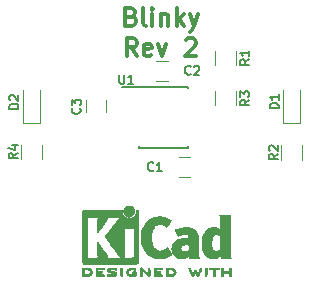
<source format=gbr>
G04 #@! TF.GenerationSoftware,KiCad,Pcbnew,(5.0.0)*
G04 #@! TF.CreationDate,2018-09-15T12:16:20+02:00*
G04 #@! TF.ProjectId,Blinky,426C696E6B792E6B696361645F706362,rev?*
G04 #@! TF.SameCoordinates,Original*
G04 #@! TF.FileFunction,Legend,Top*
G04 #@! TF.FilePolarity,Positive*
%FSLAX46Y46*%
G04 Gerber Fmt 4.6, Leading zero omitted, Abs format (unit mm)*
G04 Created by KiCad (PCBNEW (5.0.0)) date 09/15/18 12:16:20*
%MOMM*%
%LPD*%
G01*
G04 APERTURE LIST*
%ADD10C,0.300000*%
%ADD11C,0.120000*%
%ADD12C,0.150000*%
%ADD13C,0.010000*%
%ADD14C,0.127000*%
G04 APERTURE END LIST*
D10*
X66875000Y-81017857D02*
X67089285Y-81089285D01*
X67160714Y-81160714D01*
X67232142Y-81303571D01*
X67232142Y-81517857D01*
X67160714Y-81660714D01*
X67089285Y-81732142D01*
X66946428Y-81803571D01*
X66375000Y-81803571D01*
X66375000Y-80303571D01*
X66875000Y-80303571D01*
X67017857Y-80375000D01*
X67089285Y-80446428D01*
X67160714Y-80589285D01*
X67160714Y-80732142D01*
X67089285Y-80875000D01*
X67017857Y-80946428D01*
X66875000Y-81017857D01*
X66375000Y-81017857D01*
X68089285Y-81803571D02*
X67946428Y-81732142D01*
X67875000Y-81589285D01*
X67875000Y-80303571D01*
X68660714Y-81803571D02*
X68660714Y-80803571D01*
X68660714Y-80303571D02*
X68589285Y-80375000D01*
X68660714Y-80446428D01*
X68732142Y-80375000D01*
X68660714Y-80303571D01*
X68660714Y-80446428D01*
X69375000Y-80803571D02*
X69375000Y-81803571D01*
X69375000Y-80946428D02*
X69446428Y-80875000D01*
X69589285Y-80803571D01*
X69803571Y-80803571D01*
X69946428Y-80875000D01*
X70017857Y-81017857D01*
X70017857Y-81803571D01*
X70732142Y-81803571D02*
X70732142Y-80303571D01*
X70875000Y-81232142D02*
X71303571Y-81803571D01*
X71303571Y-80803571D02*
X70732142Y-81375000D01*
X71803571Y-80803571D02*
X72160714Y-81803571D01*
X72517857Y-80803571D02*
X72160714Y-81803571D01*
X72017857Y-82160714D01*
X71946428Y-82232142D01*
X71803571Y-82303571D01*
X67339285Y-84353571D02*
X66839285Y-83639285D01*
X66482142Y-84353571D02*
X66482142Y-82853571D01*
X67053571Y-82853571D01*
X67196428Y-82925000D01*
X67267857Y-82996428D01*
X67339285Y-83139285D01*
X67339285Y-83353571D01*
X67267857Y-83496428D01*
X67196428Y-83567857D01*
X67053571Y-83639285D01*
X66482142Y-83639285D01*
X68553571Y-84282142D02*
X68410714Y-84353571D01*
X68125000Y-84353571D01*
X67982142Y-84282142D01*
X67910714Y-84139285D01*
X67910714Y-83567857D01*
X67982142Y-83425000D01*
X68125000Y-83353571D01*
X68410714Y-83353571D01*
X68553571Y-83425000D01*
X68625000Y-83567857D01*
X68625000Y-83710714D01*
X67910714Y-83853571D01*
X69125000Y-83353571D02*
X69482142Y-84353571D01*
X69839285Y-83353571D01*
X71482142Y-82996428D02*
X71553571Y-82925000D01*
X71696428Y-82853571D01*
X72053571Y-82853571D01*
X72196428Y-82925000D01*
X72267857Y-82996428D01*
X72339285Y-83139285D01*
X72339285Y-83282142D01*
X72267857Y-83496428D01*
X71410714Y-84353571D01*
X72339285Y-84353571D01*
D11*
G04 #@! TO.C,C1*
X71874000Y-92876000D02*
X70874000Y-92876000D01*
X70874000Y-94576000D02*
X71874000Y-94576000D01*
G04 #@! TO.C,C2*
X68969000Y-86448000D02*
X69969000Y-86448000D01*
X69969000Y-84748000D02*
X68969000Y-84748000D01*
G04 #@! TO.C,D1*
X79755000Y-90007000D02*
X81155000Y-90007000D01*
X81155000Y-90007000D02*
X81155000Y-87207000D01*
X79755000Y-90007000D02*
X79755000Y-87207000D01*
G04 #@! TO.C,D2*
X57720000Y-90065000D02*
X57720000Y-87265000D01*
X59120000Y-90065000D02*
X59120000Y-87265000D01*
X57720000Y-90065000D02*
X59120000Y-90065000D01*
G04 #@! TO.C,R1*
X75741000Y-83919000D02*
X75741000Y-85119000D01*
X73981000Y-85119000D02*
X73981000Y-83919000D01*
G04 #@! TO.C,R2*
X79575001Y-93125000D02*
X79575001Y-91925000D01*
X81335001Y-91925000D02*
X81335001Y-93125000D01*
G04 #@! TO.C,R3*
X73981000Y-88548000D02*
X73981000Y-87348000D01*
X75741000Y-87348000D02*
X75741000Y-88548000D01*
G04 #@! TO.C,R4*
X59300000Y-91856000D02*
X59300000Y-93056000D01*
X57540000Y-93056000D02*
X57540000Y-91856000D01*
D12*
G04 #@! TO.C,U1*
X67521000Y-87010000D02*
X66121000Y-87010000D01*
X67521000Y-92110000D02*
X71671000Y-92110000D01*
X67521000Y-86960000D02*
X71671000Y-86960000D01*
X67521000Y-92110000D02*
X67521000Y-91965000D01*
X71671000Y-92110000D02*
X71671000Y-91965000D01*
X71671000Y-86960000D02*
X71671000Y-87105000D01*
X67521000Y-86960000D02*
X67521000Y-87010000D01*
D13*
G04 #@! TO.C,REF\002A\002A\002A*
G36*
X62878629Y-102269066D02*
X62918111Y-102269467D01*
X63033800Y-102272259D01*
X63130689Y-102280550D01*
X63212081Y-102295232D01*
X63281277Y-102317193D01*
X63341580Y-102347322D01*
X63396292Y-102386510D01*
X63415833Y-102403532D01*
X63448250Y-102443363D01*
X63477480Y-102497413D01*
X63500009Y-102557323D01*
X63512321Y-102614739D01*
X63513600Y-102635956D01*
X63505583Y-102694769D01*
X63484101Y-102759013D01*
X63453001Y-102819821D01*
X63416134Y-102868330D01*
X63410146Y-102874182D01*
X63359421Y-102915321D01*
X63303875Y-102947435D01*
X63240304Y-102971365D01*
X63165506Y-102987953D01*
X63076278Y-102998041D01*
X62969418Y-103002469D01*
X62920472Y-103002845D01*
X62858238Y-103002545D01*
X62814472Y-103001292D01*
X62785069Y-102998554D01*
X62765921Y-102993801D01*
X62752923Y-102986501D01*
X62745955Y-102980267D01*
X62739374Y-102972694D01*
X62734212Y-102962924D01*
X62730297Y-102948340D01*
X62727457Y-102926326D01*
X62725520Y-102894264D01*
X62724316Y-102849536D01*
X62723672Y-102789526D01*
X62723417Y-102711617D01*
X62723378Y-102635956D01*
X62723130Y-102535041D01*
X62723183Y-102454427D01*
X62724143Y-102415822D01*
X62870133Y-102415822D01*
X62870133Y-102856089D01*
X62963266Y-102856004D01*
X63019307Y-102854396D01*
X63078001Y-102850256D01*
X63126972Y-102844464D01*
X63128462Y-102844226D01*
X63207608Y-102825090D01*
X63268998Y-102795287D01*
X63315695Y-102752878D01*
X63345365Y-102706961D01*
X63363647Y-102656026D01*
X63362229Y-102608200D01*
X63341012Y-102556933D01*
X63299511Y-102503899D01*
X63242002Y-102464600D01*
X63167250Y-102438331D01*
X63117292Y-102429035D01*
X63060584Y-102422507D01*
X63000481Y-102417782D01*
X62949361Y-102415817D01*
X62946333Y-102415808D01*
X62870133Y-102415822D01*
X62724143Y-102415822D01*
X62724740Y-102391851D01*
X62729002Y-102345055D01*
X62737170Y-102311778D01*
X62750444Y-102289759D01*
X62770026Y-102276739D01*
X62797117Y-102270457D01*
X62832918Y-102268653D01*
X62878629Y-102269066D01*
X62878629Y-102269066D01*
G37*
X62878629Y-102269066D02*
X62918111Y-102269467D01*
X63033800Y-102272259D01*
X63130689Y-102280550D01*
X63212081Y-102295232D01*
X63281277Y-102317193D01*
X63341580Y-102347322D01*
X63396292Y-102386510D01*
X63415833Y-102403532D01*
X63448250Y-102443363D01*
X63477480Y-102497413D01*
X63500009Y-102557323D01*
X63512321Y-102614739D01*
X63513600Y-102635956D01*
X63505583Y-102694769D01*
X63484101Y-102759013D01*
X63453001Y-102819821D01*
X63416134Y-102868330D01*
X63410146Y-102874182D01*
X63359421Y-102915321D01*
X63303875Y-102947435D01*
X63240304Y-102971365D01*
X63165506Y-102987953D01*
X63076278Y-102998041D01*
X62969418Y-103002469D01*
X62920472Y-103002845D01*
X62858238Y-103002545D01*
X62814472Y-103001292D01*
X62785069Y-102998554D01*
X62765921Y-102993801D01*
X62752923Y-102986501D01*
X62745955Y-102980267D01*
X62739374Y-102972694D01*
X62734212Y-102962924D01*
X62730297Y-102948340D01*
X62727457Y-102926326D01*
X62725520Y-102894264D01*
X62724316Y-102849536D01*
X62723672Y-102789526D01*
X62723417Y-102711617D01*
X62723378Y-102635956D01*
X62723130Y-102535041D01*
X62723183Y-102454427D01*
X62724143Y-102415822D01*
X62870133Y-102415822D01*
X62870133Y-102856089D01*
X62963266Y-102856004D01*
X63019307Y-102854396D01*
X63078001Y-102850256D01*
X63126972Y-102844464D01*
X63128462Y-102844226D01*
X63207608Y-102825090D01*
X63268998Y-102795287D01*
X63315695Y-102752878D01*
X63345365Y-102706961D01*
X63363647Y-102656026D01*
X63362229Y-102608200D01*
X63341012Y-102556933D01*
X63299511Y-102503899D01*
X63242002Y-102464600D01*
X63167250Y-102438331D01*
X63117292Y-102429035D01*
X63060584Y-102422507D01*
X63000481Y-102417782D01*
X62949361Y-102415817D01*
X62946333Y-102415808D01*
X62870133Y-102415822D01*
X62724143Y-102415822D01*
X62724740Y-102391851D01*
X62729002Y-102345055D01*
X62737170Y-102311778D01*
X62750444Y-102289759D01*
X62770026Y-102276739D01*
X62797117Y-102270457D01*
X62832918Y-102268653D01*
X62878629Y-102269066D01*
G36*
X64287206Y-102269146D02*
X64356614Y-102269518D01*
X64409003Y-102270385D01*
X64447153Y-102271946D01*
X64473841Y-102274403D01*
X64491847Y-102277957D01*
X64503951Y-102282810D01*
X64512931Y-102289161D01*
X64516182Y-102292084D01*
X64535957Y-102323142D01*
X64539518Y-102358828D01*
X64526509Y-102390510D01*
X64520494Y-102396913D01*
X64510765Y-102403121D01*
X64495099Y-102407910D01*
X64470592Y-102411514D01*
X64434339Y-102414164D01*
X64383435Y-102416095D01*
X64314974Y-102417539D01*
X64252383Y-102418418D01*
X64004666Y-102421467D01*
X64001281Y-102486378D01*
X63997895Y-102551289D01*
X64166042Y-102551289D01*
X64239041Y-102551919D01*
X64292483Y-102554553D01*
X64329372Y-102560309D01*
X64352712Y-102570304D01*
X64365506Y-102585656D01*
X64370758Y-102607482D01*
X64371555Y-102627738D01*
X64369077Y-102652592D01*
X64359723Y-102670906D01*
X64340617Y-102683637D01*
X64308882Y-102691741D01*
X64261641Y-102696176D01*
X64196017Y-102697899D01*
X64160199Y-102698045D01*
X63999022Y-102698045D01*
X63999022Y-102856089D01*
X64247378Y-102856089D01*
X64328787Y-102856202D01*
X64390658Y-102856712D01*
X64436032Y-102857870D01*
X64467946Y-102859930D01*
X64489441Y-102863146D01*
X64503557Y-102867772D01*
X64513332Y-102874059D01*
X64518311Y-102878667D01*
X64535390Y-102905560D01*
X64540889Y-102929467D01*
X64533037Y-102958667D01*
X64518311Y-102980267D01*
X64510454Y-102987066D01*
X64500312Y-102992346D01*
X64485156Y-102996298D01*
X64462259Y-102999113D01*
X64428891Y-103000982D01*
X64382325Y-103002098D01*
X64319833Y-103002651D01*
X64238686Y-103002833D01*
X64196578Y-103002845D01*
X64106402Y-103002765D01*
X64036076Y-103002398D01*
X63982871Y-103001552D01*
X63944060Y-103000036D01*
X63916913Y-102997659D01*
X63898702Y-102994229D01*
X63886700Y-102989554D01*
X63878178Y-102983444D01*
X63874844Y-102980267D01*
X63868245Y-102972670D01*
X63863073Y-102962870D01*
X63859154Y-102948239D01*
X63856316Y-102926152D01*
X63854385Y-102893982D01*
X63853188Y-102849103D01*
X63852552Y-102788889D01*
X63852303Y-102710713D01*
X63852266Y-102637923D01*
X63852300Y-102544707D01*
X63852535Y-102471431D01*
X63853170Y-102415458D01*
X63854406Y-102374151D01*
X63856444Y-102344872D01*
X63859483Y-102324984D01*
X63863723Y-102311850D01*
X63869365Y-102302832D01*
X63876609Y-102295293D01*
X63878394Y-102293612D01*
X63887055Y-102286172D01*
X63897118Y-102280409D01*
X63911375Y-102276112D01*
X63932617Y-102273064D01*
X63963636Y-102271051D01*
X64007223Y-102269860D01*
X64066169Y-102269275D01*
X64143266Y-102269083D01*
X64197999Y-102269067D01*
X64287206Y-102269146D01*
X64287206Y-102269146D01*
G37*
X64287206Y-102269146D02*
X64356614Y-102269518D01*
X64409003Y-102270385D01*
X64447153Y-102271946D01*
X64473841Y-102274403D01*
X64491847Y-102277957D01*
X64503951Y-102282810D01*
X64512931Y-102289161D01*
X64516182Y-102292084D01*
X64535957Y-102323142D01*
X64539518Y-102358828D01*
X64526509Y-102390510D01*
X64520494Y-102396913D01*
X64510765Y-102403121D01*
X64495099Y-102407910D01*
X64470592Y-102411514D01*
X64434339Y-102414164D01*
X64383435Y-102416095D01*
X64314974Y-102417539D01*
X64252383Y-102418418D01*
X64004666Y-102421467D01*
X64001281Y-102486378D01*
X63997895Y-102551289D01*
X64166042Y-102551289D01*
X64239041Y-102551919D01*
X64292483Y-102554553D01*
X64329372Y-102560309D01*
X64352712Y-102570304D01*
X64365506Y-102585656D01*
X64370758Y-102607482D01*
X64371555Y-102627738D01*
X64369077Y-102652592D01*
X64359723Y-102670906D01*
X64340617Y-102683637D01*
X64308882Y-102691741D01*
X64261641Y-102696176D01*
X64196017Y-102697899D01*
X64160199Y-102698045D01*
X63999022Y-102698045D01*
X63999022Y-102856089D01*
X64247378Y-102856089D01*
X64328787Y-102856202D01*
X64390658Y-102856712D01*
X64436032Y-102857870D01*
X64467946Y-102859930D01*
X64489441Y-102863146D01*
X64503557Y-102867772D01*
X64513332Y-102874059D01*
X64518311Y-102878667D01*
X64535390Y-102905560D01*
X64540889Y-102929467D01*
X64533037Y-102958667D01*
X64518311Y-102980267D01*
X64510454Y-102987066D01*
X64500312Y-102992346D01*
X64485156Y-102996298D01*
X64462259Y-102999113D01*
X64428891Y-103000982D01*
X64382325Y-103002098D01*
X64319833Y-103002651D01*
X64238686Y-103002833D01*
X64196578Y-103002845D01*
X64106402Y-103002765D01*
X64036076Y-103002398D01*
X63982871Y-103001552D01*
X63944060Y-103000036D01*
X63916913Y-102997659D01*
X63898702Y-102994229D01*
X63886700Y-102989554D01*
X63878178Y-102983444D01*
X63874844Y-102980267D01*
X63868245Y-102972670D01*
X63863073Y-102962870D01*
X63859154Y-102948239D01*
X63856316Y-102926152D01*
X63854385Y-102893982D01*
X63853188Y-102849103D01*
X63852552Y-102788889D01*
X63852303Y-102710713D01*
X63852266Y-102637923D01*
X63852300Y-102544707D01*
X63852535Y-102471431D01*
X63853170Y-102415458D01*
X63854406Y-102374151D01*
X63856444Y-102344872D01*
X63859483Y-102324984D01*
X63863723Y-102311850D01*
X63869365Y-102302832D01*
X63876609Y-102295293D01*
X63878394Y-102293612D01*
X63887055Y-102286172D01*
X63897118Y-102280409D01*
X63911375Y-102276112D01*
X63932617Y-102273064D01*
X63963636Y-102271051D01*
X64007223Y-102269860D01*
X64066169Y-102269275D01*
X64143266Y-102269083D01*
X64197999Y-102269067D01*
X64287206Y-102269146D01*
G36*
X65308297Y-102270351D02*
X65383112Y-102275581D01*
X65452694Y-102283750D01*
X65512998Y-102294550D01*
X65559980Y-102307673D01*
X65589594Y-102322813D01*
X65594140Y-102327269D01*
X65609946Y-102361850D01*
X65605153Y-102397351D01*
X65580636Y-102427725D01*
X65579466Y-102428596D01*
X65565046Y-102437954D01*
X65549992Y-102442876D01*
X65528995Y-102443473D01*
X65496743Y-102439861D01*
X65447927Y-102432154D01*
X65444000Y-102431505D01*
X65371261Y-102422569D01*
X65292783Y-102418161D01*
X65214073Y-102418119D01*
X65140639Y-102422279D01*
X65077989Y-102430479D01*
X65031630Y-102442557D01*
X65028584Y-102443771D01*
X64994952Y-102462615D01*
X64983136Y-102481685D01*
X64992386Y-102500439D01*
X65021953Y-102518337D01*
X65071089Y-102534837D01*
X65139043Y-102549396D01*
X65184355Y-102556406D01*
X65278544Y-102569889D01*
X65353456Y-102582214D01*
X65412283Y-102594449D01*
X65458215Y-102607661D01*
X65494445Y-102622917D01*
X65524162Y-102641285D01*
X65550558Y-102663831D01*
X65571770Y-102685971D01*
X65596935Y-102716819D01*
X65609319Y-102743345D01*
X65613192Y-102776026D01*
X65613333Y-102787995D01*
X65610424Y-102827712D01*
X65598798Y-102857259D01*
X65578677Y-102883486D01*
X65537784Y-102923576D01*
X65492183Y-102954149D01*
X65438487Y-102976203D01*
X65373308Y-102990735D01*
X65293256Y-102998741D01*
X65194943Y-103001218D01*
X65178711Y-103001177D01*
X65113151Y-102999818D01*
X65048134Y-102996730D01*
X64990748Y-102992356D01*
X64948078Y-102987140D01*
X64944628Y-102986541D01*
X64902204Y-102976491D01*
X64866220Y-102963796D01*
X64845850Y-102952190D01*
X64826893Y-102921572D01*
X64825573Y-102885918D01*
X64841915Y-102854144D01*
X64845571Y-102850551D01*
X64860685Y-102839876D01*
X64879585Y-102835276D01*
X64908838Y-102836059D01*
X64944349Y-102840127D01*
X64984030Y-102843762D01*
X65039655Y-102846828D01*
X65104594Y-102849053D01*
X65172215Y-102850164D01*
X65190000Y-102850237D01*
X65257872Y-102849964D01*
X65307546Y-102848646D01*
X65343390Y-102845827D01*
X65369776Y-102841050D01*
X65391074Y-102833857D01*
X65403874Y-102827867D01*
X65432000Y-102811233D01*
X65449932Y-102796168D01*
X65452553Y-102791897D01*
X65447024Y-102774263D01*
X65420740Y-102757192D01*
X65375522Y-102741458D01*
X65313192Y-102727838D01*
X65294829Y-102724804D01*
X65198910Y-102709738D01*
X65122359Y-102697146D01*
X65062220Y-102686111D01*
X65015540Y-102675720D01*
X64979363Y-102665056D01*
X64950735Y-102653205D01*
X64926702Y-102639251D01*
X64904308Y-102622281D01*
X64880598Y-102601378D01*
X64872620Y-102594049D01*
X64844647Y-102566699D01*
X64829840Y-102545029D01*
X64824048Y-102520232D01*
X64823111Y-102488983D01*
X64833425Y-102427705D01*
X64864248Y-102375640D01*
X64915405Y-102332958D01*
X64986717Y-102299825D01*
X65037600Y-102284964D01*
X65092900Y-102275366D01*
X65159147Y-102269936D01*
X65232294Y-102268367D01*
X65308297Y-102270351D01*
X65308297Y-102270351D01*
G37*
X65308297Y-102270351D02*
X65383112Y-102275581D01*
X65452694Y-102283750D01*
X65512998Y-102294550D01*
X65559980Y-102307673D01*
X65589594Y-102322813D01*
X65594140Y-102327269D01*
X65609946Y-102361850D01*
X65605153Y-102397351D01*
X65580636Y-102427725D01*
X65579466Y-102428596D01*
X65565046Y-102437954D01*
X65549992Y-102442876D01*
X65528995Y-102443473D01*
X65496743Y-102439861D01*
X65447927Y-102432154D01*
X65444000Y-102431505D01*
X65371261Y-102422569D01*
X65292783Y-102418161D01*
X65214073Y-102418119D01*
X65140639Y-102422279D01*
X65077989Y-102430479D01*
X65031630Y-102442557D01*
X65028584Y-102443771D01*
X64994952Y-102462615D01*
X64983136Y-102481685D01*
X64992386Y-102500439D01*
X65021953Y-102518337D01*
X65071089Y-102534837D01*
X65139043Y-102549396D01*
X65184355Y-102556406D01*
X65278544Y-102569889D01*
X65353456Y-102582214D01*
X65412283Y-102594449D01*
X65458215Y-102607661D01*
X65494445Y-102622917D01*
X65524162Y-102641285D01*
X65550558Y-102663831D01*
X65571770Y-102685971D01*
X65596935Y-102716819D01*
X65609319Y-102743345D01*
X65613192Y-102776026D01*
X65613333Y-102787995D01*
X65610424Y-102827712D01*
X65598798Y-102857259D01*
X65578677Y-102883486D01*
X65537784Y-102923576D01*
X65492183Y-102954149D01*
X65438487Y-102976203D01*
X65373308Y-102990735D01*
X65293256Y-102998741D01*
X65194943Y-103001218D01*
X65178711Y-103001177D01*
X65113151Y-102999818D01*
X65048134Y-102996730D01*
X64990748Y-102992356D01*
X64948078Y-102987140D01*
X64944628Y-102986541D01*
X64902204Y-102976491D01*
X64866220Y-102963796D01*
X64845850Y-102952190D01*
X64826893Y-102921572D01*
X64825573Y-102885918D01*
X64841915Y-102854144D01*
X64845571Y-102850551D01*
X64860685Y-102839876D01*
X64879585Y-102835276D01*
X64908838Y-102836059D01*
X64944349Y-102840127D01*
X64984030Y-102843762D01*
X65039655Y-102846828D01*
X65104594Y-102849053D01*
X65172215Y-102850164D01*
X65190000Y-102850237D01*
X65257872Y-102849964D01*
X65307546Y-102848646D01*
X65343390Y-102845827D01*
X65369776Y-102841050D01*
X65391074Y-102833857D01*
X65403874Y-102827867D01*
X65432000Y-102811233D01*
X65449932Y-102796168D01*
X65452553Y-102791897D01*
X65447024Y-102774263D01*
X65420740Y-102757192D01*
X65375522Y-102741458D01*
X65313192Y-102727838D01*
X65294829Y-102724804D01*
X65198910Y-102709738D01*
X65122359Y-102697146D01*
X65062220Y-102686111D01*
X65015540Y-102675720D01*
X64979363Y-102665056D01*
X64950735Y-102653205D01*
X64926702Y-102639251D01*
X64904308Y-102622281D01*
X64880598Y-102601378D01*
X64872620Y-102594049D01*
X64844647Y-102566699D01*
X64829840Y-102545029D01*
X64824048Y-102520232D01*
X64823111Y-102488983D01*
X64833425Y-102427705D01*
X64864248Y-102375640D01*
X64915405Y-102332958D01*
X64986717Y-102299825D01*
X65037600Y-102284964D01*
X65092900Y-102275366D01*
X65159147Y-102269936D01*
X65232294Y-102268367D01*
X65308297Y-102270351D01*
G36*
X66076178Y-102291645D02*
X66082758Y-102299218D01*
X66087921Y-102308987D01*
X66091836Y-102323571D01*
X66094676Y-102345585D01*
X66096613Y-102377648D01*
X66097817Y-102422375D01*
X66098461Y-102482385D01*
X66098716Y-102560294D01*
X66098755Y-102635956D01*
X66098686Y-102729802D01*
X66098362Y-102803689D01*
X66097614Y-102860232D01*
X66096268Y-102902049D01*
X66094154Y-102931757D01*
X66091100Y-102951973D01*
X66086934Y-102965314D01*
X66081484Y-102974398D01*
X66076178Y-102980267D01*
X66043174Y-102999947D01*
X66008009Y-102998181D01*
X65976545Y-102976717D01*
X65969316Y-102968337D01*
X65963666Y-102958614D01*
X65959401Y-102944861D01*
X65956327Y-102924389D01*
X65954248Y-102894512D01*
X65952970Y-102852541D01*
X65952299Y-102795789D01*
X65952041Y-102721567D01*
X65952000Y-102637537D01*
X65952000Y-102324485D01*
X65979709Y-102296776D01*
X66013863Y-102273463D01*
X66046994Y-102272623D01*
X66076178Y-102291645D01*
X66076178Y-102291645D01*
G37*
X66076178Y-102291645D02*
X66082758Y-102299218D01*
X66087921Y-102308987D01*
X66091836Y-102323571D01*
X66094676Y-102345585D01*
X66096613Y-102377648D01*
X66097817Y-102422375D01*
X66098461Y-102482385D01*
X66098716Y-102560294D01*
X66098755Y-102635956D01*
X66098686Y-102729802D01*
X66098362Y-102803689D01*
X66097614Y-102860232D01*
X66096268Y-102902049D01*
X66094154Y-102931757D01*
X66091100Y-102951973D01*
X66086934Y-102965314D01*
X66081484Y-102974398D01*
X66076178Y-102980267D01*
X66043174Y-102999947D01*
X66008009Y-102998181D01*
X65976545Y-102976717D01*
X65969316Y-102968337D01*
X65963666Y-102958614D01*
X65959401Y-102944861D01*
X65956327Y-102924389D01*
X65954248Y-102894512D01*
X65952970Y-102852541D01*
X65952299Y-102795789D01*
X65952041Y-102721567D01*
X65952000Y-102637537D01*
X65952000Y-102324485D01*
X65979709Y-102296776D01*
X66013863Y-102273463D01*
X66046994Y-102272623D01*
X66076178Y-102291645D01*
G36*
X67049919Y-102274599D02*
X67118435Y-102286095D01*
X67171057Y-102303967D01*
X67205292Y-102327499D01*
X67214621Y-102340924D01*
X67224107Y-102372148D01*
X67217723Y-102400395D01*
X67197570Y-102427182D01*
X67166255Y-102439713D01*
X67120817Y-102438696D01*
X67085674Y-102431906D01*
X67007581Y-102418971D01*
X66927774Y-102417742D01*
X66838445Y-102428241D01*
X66813771Y-102432690D01*
X66730709Y-102456108D01*
X66665727Y-102490945D01*
X66619539Y-102536604D01*
X66592855Y-102592494D01*
X66587337Y-102621388D01*
X66590949Y-102680012D01*
X66614271Y-102731879D01*
X66655176Y-102775978D01*
X66711541Y-102811299D01*
X66781240Y-102836829D01*
X66862148Y-102851559D01*
X66952140Y-102854478D01*
X67049090Y-102844575D01*
X67054564Y-102843641D01*
X67093125Y-102836459D01*
X67114506Y-102829521D01*
X67123773Y-102819227D01*
X67125994Y-102801976D01*
X67126044Y-102792841D01*
X67126044Y-102754489D01*
X67057569Y-102754489D01*
X66997100Y-102750347D01*
X66955835Y-102737147D01*
X66931825Y-102713730D01*
X66923123Y-102678936D01*
X66923017Y-102674394D01*
X66928108Y-102644654D01*
X66945567Y-102623419D01*
X66978061Y-102609366D01*
X67028257Y-102601173D01*
X67076877Y-102598161D01*
X67147544Y-102596433D01*
X67198802Y-102599070D01*
X67233761Y-102608800D01*
X67255530Y-102628353D01*
X67267220Y-102660456D01*
X67271940Y-102707838D01*
X67272800Y-102770071D01*
X67271391Y-102839535D01*
X67267152Y-102886786D01*
X67260064Y-102912012D01*
X67258689Y-102913988D01*
X67219772Y-102945508D01*
X67162714Y-102970470D01*
X67091131Y-102988340D01*
X67008642Y-102998586D01*
X66918861Y-103000673D01*
X66825408Y-102994068D01*
X66770444Y-102985956D01*
X66684234Y-102961554D01*
X66604108Y-102921662D01*
X66537023Y-102869887D01*
X66526827Y-102859539D01*
X66493698Y-102816035D01*
X66463806Y-102762118D01*
X66440643Y-102705592D01*
X66427702Y-102654259D01*
X66426142Y-102634544D01*
X66432782Y-102593419D01*
X66450432Y-102542252D01*
X66475703Y-102488394D01*
X66505211Y-102439195D01*
X66531281Y-102406334D01*
X66592235Y-102357452D01*
X66671031Y-102318545D01*
X66764843Y-102290494D01*
X66870850Y-102274179D01*
X66968000Y-102270192D01*
X67049919Y-102274599D01*
X67049919Y-102274599D01*
G37*
X67049919Y-102274599D02*
X67118435Y-102286095D01*
X67171057Y-102303967D01*
X67205292Y-102327499D01*
X67214621Y-102340924D01*
X67224107Y-102372148D01*
X67217723Y-102400395D01*
X67197570Y-102427182D01*
X67166255Y-102439713D01*
X67120817Y-102438696D01*
X67085674Y-102431906D01*
X67007581Y-102418971D01*
X66927774Y-102417742D01*
X66838445Y-102428241D01*
X66813771Y-102432690D01*
X66730709Y-102456108D01*
X66665727Y-102490945D01*
X66619539Y-102536604D01*
X66592855Y-102592494D01*
X66587337Y-102621388D01*
X66590949Y-102680012D01*
X66614271Y-102731879D01*
X66655176Y-102775978D01*
X66711541Y-102811299D01*
X66781240Y-102836829D01*
X66862148Y-102851559D01*
X66952140Y-102854478D01*
X67049090Y-102844575D01*
X67054564Y-102843641D01*
X67093125Y-102836459D01*
X67114506Y-102829521D01*
X67123773Y-102819227D01*
X67125994Y-102801976D01*
X67126044Y-102792841D01*
X67126044Y-102754489D01*
X67057569Y-102754489D01*
X66997100Y-102750347D01*
X66955835Y-102737147D01*
X66931825Y-102713730D01*
X66923123Y-102678936D01*
X66923017Y-102674394D01*
X66928108Y-102644654D01*
X66945567Y-102623419D01*
X66978061Y-102609366D01*
X67028257Y-102601173D01*
X67076877Y-102598161D01*
X67147544Y-102596433D01*
X67198802Y-102599070D01*
X67233761Y-102608800D01*
X67255530Y-102628353D01*
X67267220Y-102660456D01*
X67271940Y-102707838D01*
X67272800Y-102770071D01*
X67271391Y-102839535D01*
X67267152Y-102886786D01*
X67260064Y-102912012D01*
X67258689Y-102913988D01*
X67219772Y-102945508D01*
X67162714Y-102970470D01*
X67091131Y-102988340D01*
X67008642Y-102998586D01*
X66918861Y-103000673D01*
X66825408Y-102994068D01*
X66770444Y-102985956D01*
X66684234Y-102961554D01*
X66604108Y-102921662D01*
X66537023Y-102869887D01*
X66526827Y-102859539D01*
X66493698Y-102816035D01*
X66463806Y-102762118D01*
X66440643Y-102705592D01*
X66427702Y-102654259D01*
X66426142Y-102634544D01*
X66432782Y-102593419D01*
X66450432Y-102542252D01*
X66475703Y-102488394D01*
X66505211Y-102439195D01*
X66531281Y-102406334D01*
X66592235Y-102357452D01*
X66671031Y-102318545D01*
X66764843Y-102290494D01*
X66870850Y-102274179D01*
X66968000Y-102270192D01*
X67049919Y-102274599D01*
G36*
X67699886Y-102273448D02*
X67723452Y-102287273D01*
X67754265Y-102309881D01*
X67793922Y-102342338D01*
X67844020Y-102385708D01*
X67906157Y-102441058D01*
X67981928Y-102509451D01*
X68068666Y-102588084D01*
X68249289Y-102751878D01*
X68254933Y-102532029D01*
X68256971Y-102456351D01*
X68258937Y-102399994D01*
X68261266Y-102359706D01*
X68264394Y-102332235D01*
X68268755Y-102314329D01*
X68274784Y-102302737D01*
X68282916Y-102294208D01*
X68287228Y-102290623D01*
X68321759Y-102271670D01*
X68354617Y-102274441D01*
X68380682Y-102290633D01*
X68407333Y-102312199D01*
X68410648Y-102627151D01*
X68411565Y-102719779D01*
X68412032Y-102792544D01*
X68411887Y-102848161D01*
X68410968Y-102889342D01*
X68409113Y-102918803D01*
X68406161Y-102939255D01*
X68401950Y-102953413D01*
X68396318Y-102963991D01*
X68390073Y-102972474D01*
X68376561Y-102988207D01*
X68363117Y-102998636D01*
X68347876Y-103002639D01*
X68328974Y-102999094D01*
X68304545Y-102986879D01*
X68272727Y-102964871D01*
X68231652Y-102931949D01*
X68179458Y-102886991D01*
X68114278Y-102828875D01*
X68040444Y-102762099D01*
X67775155Y-102521458D01*
X67769511Y-102740589D01*
X67767469Y-102816128D01*
X67765498Y-102872354D01*
X67763161Y-102912524D01*
X67760019Y-102939896D01*
X67755636Y-102957728D01*
X67749576Y-102969279D01*
X67741400Y-102977807D01*
X67737216Y-102981282D01*
X67700235Y-103000372D01*
X67665292Y-102997493D01*
X67634864Y-102973100D01*
X67627903Y-102963286D01*
X67622477Y-102951826D01*
X67618397Y-102935968D01*
X67615471Y-102912963D01*
X67613508Y-102880062D01*
X67612317Y-102834516D01*
X67611708Y-102773573D01*
X67611489Y-102694486D01*
X67611466Y-102635956D01*
X67611540Y-102544407D01*
X67611887Y-102472687D01*
X67612699Y-102418045D01*
X67614167Y-102377732D01*
X67616481Y-102348998D01*
X67619833Y-102329093D01*
X67624412Y-102315268D01*
X67630411Y-102304772D01*
X67634864Y-102298811D01*
X67646150Y-102284691D01*
X67656699Y-102274029D01*
X67668107Y-102267892D01*
X67681970Y-102267343D01*
X67699886Y-102273448D01*
X67699886Y-102273448D01*
G37*
X67699886Y-102273448D02*
X67723452Y-102287273D01*
X67754265Y-102309881D01*
X67793922Y-102342338D01*
X67844020Y-102385708D01*
X67906157Y-102441058D01*
X67981928Y-102509451D01*
X68068666Y-102588084D01*
X68249289Y-102751878D01*
X68254933Y-102532029D01*
X68256971Y-102456351D01*
X68258937Y-102399994D01*
X68261266Y-102359706D01*
X68264394Y-102332235D01*
X68268755Y-102314329D01*
X68274784Y-102302737D01*
X68282916Y-102294208D01*
X68287228Y-102290623D01*
X68321759Y-102271670D01*
X68354617Y-102274441D01*
X68380682Y-102290633D01*
X68407333Y-102312199D01*
X68410648Y-102627151D01*
X68411565Y-102719779D01*
X68412032Y-102792544D01*
X68411887Y-102848161D01*
X68410968Y-102889342D01*
X68409113Y-102918803D01*
X68406161Y-102939255D01*
X68401950Y-102953413D01*
X68396318Y-102963991D01*
X68390073Y-102972474D01*
X68376561Y-102988207D01*
X68363117Y-102998636D01*
X68347876Y-103002639D01*
X68328974Y-102999094D01*
X68304545Y-102986879D01*
X68272727Y-102964871D01*
X68231652Y-102931949D01*
X68179458Y-102886991D01*
X68114278Y-102828875D01*
X68040444Y-102762099D01*
X67775155Y-102521458D01*
X67769511Y-102740589D01*
X67767469Y-102816128D01*
X67765498Y-102872354D01*
X67763161Y-102912524D01*
X67760019Y-102939896D01*
X67755636Y-102957728D01*
X67749576Y-102969279D01*
X67741400Y-102977807D01*
X67737216Y-102981282D01*
X67700235Y-103000372D01*
X67665292Y-102997493D01*
X67634864Y-102973100D01*
X67627903Y-102963286D01*
X67622477Y-102951826D01*
X67618397Y-102935968D01*
X67615471Y-102912963D01*
X67613508Y-102880062D01*
X67612317Y-102834516D01*
X67611708Y-102773573D01*
X67611489Y-102694486D01*
X67611466Y-102635956D01*
X67611540Y-102544407D01*
X67611887Y-102472687D01*
X67612699Y-102418045D01*
X67614167Y-102377732D01*
X67616481Y-102348998D01*
X67619833Y-102329093D01*
X67624412Y-102315268D01*
X67630411Y-102304772D01*
X67634864Y-102298811D01*
X67646150Y-102284691D01*
X67656699Y-102274029D01*
X67668107Y-102267892D01*
X67681970Y-102267343D01*
X67699886Y-102273448D01*
G36*
X69230343Y-102269260D02*
X69306701Y-102270174D01*
X69365217Y-102272311D01*
X69408255Y-102276175D01*
X69438183Y-102282267D01*
X69457368Y-102291090D01*
X69468176Y-102303146D01*
X69472973Y-102318939D01*
X69474127Y-102338970D01*
X69474133Y-102341335D01*
X69473131Y-102363992D01*
X69468396Y-102381503D01*
X69457333Y-102394574D01*
X69437348Y-102403913D01*
X69405846Y-102410227D01*
X69360232Y-102414222D01*
X69297913Y-102416606D01*
X69216293Y-102418086D01*
X69191277Y-102418414D01*
X68949200Y-102421467D01*
X68945814Y-102486378D01*
X68942429Y-102551289D01*
X69110576Y-102551289D01*
X69176266Y-102551531D01*
X69223172Y-102552556D01*
X69255083Y-102554811D01*
X69275791Y-102558742D01*
X69289084Y-102564798D01*
X69298755Y-102573424D01*
X69298817Y-102573493D01*
X69316356Y-102607112D01*
X69315722Y-102643448D01*
X69297314Y-102674423D01*
X69293671Y-102677607D01*
X69280741Y-102685812D01*
X69263024Y-102691521D01*
X69236570Y-102695162D01*
X69197432Y-102697167D01*
X69141662Y-102697964D01*
X69105994Y-102698045D01*
X68943555Y-102698045D01*
X68943555Y-102856089D01*
X69190161Y-102856089D01*
X69271580Y-102856231D01*
X69333410Y-102856814D01*
X69378637Y-102858068D01*
X69410248Y-102860227D01*
X69431231Y-102863523D01*
X69444573Y-102868189D01*
X69453261Y-102874457D01*
X69455450Y-102876733D01*
X69471614Y-102908280D01*
X69472797Y-102944168D01*
X69459536Y-102975285D01*
X69449043Y-102985271D01*
X69438129Y-102990769D01*
X69421217Y-102995022D01*
X69395633Y-102998180D01*
X69358701Y-103000392D01*
X69307746Y-103001806D01*
X69240094Y-103002572D01*
X69153069Y-103002838D01*
X69133394Y-103002845D01*
X69044911Y-103002787D01*
X68976227Y-103002467D01*
X68924564Y-103001667D01*
X68887145Y-103000167D01*
X68861190Y-102997749D01*
X68843922Y-102994194D01*
X68832562Y-102989282D01*
X68824332Y-102982795D01*
X68819817Y-102978138D01*
X68813021Y-102969889D01*
X68807712Y-102959669D01*
X68803706Y-102944800D01*
X68800821Y-102922602D01*
X68798874Y-102890393D01*
X68797681Y-102845496D01*
X68797061Y-102785228D01*
X68796829Y-102706911D01*
X68796800Y-102640994D01*
X68796871Y-102548628D01*
X68797208Y-102476117D01*
X68797998Y-102420737D01*
X68799426Y-102379765D01*
X68801679Y-102350478D01*
X68804943Y-102330153D01*
X68809404Y-102316066D01*
X68815248Y-102305495D01*
X68820197Y-102298811D01*
X68843594Y-102269067D01*
X69133774Y-102269067D01*
X69230343Y-102269260D01*
X69230343Y-102269260D01*
G37*
X69230343Y-102269260D02*
X69306701Y-102270174D01*
X69365217Y-102272311D01*
X69408255Y-102276175D01*
X69438183Y-102282267D01*
X69457368Y-102291090D01*
X69468176Y-102303146D01*
X69472973Y-102318939D01*
X69474127Y-102338970D01*
X69474133Y-102341335D01*
X69473131Y-102363992D01*
X69468396Y-102381503D01*
X69457333Y-102394574D01*
X69437348Y-102403913D01*
X69405846Y-102410227D01*
X69360232Y-102414222D01*
X69297913Y-102416606D01*
X69216293Y-102418086D01*
X69191277Y-102418414D01*
X68949200Y-102421467D01*
X68945814Y-102486378D01*
X68942429Y-102551289D01*
X69110576Y-102551289D01*
X69176266Y-102551531D01*
X69223172Y-102552556D01*
X69255083Y-102554811D01*
X69275791Y-102558742D01*
X69289084Y-102564798D01*
X69298755Y-102573424D01*
X69298817Y-102573493D01*
X69316356Y-102607112D01*
X69315722Y-102643448D01*
X69297314Y-102674423D01*
X69293671Y-102677607D01*
X69280741Y-102685812D01*
X69263024Y-102691521D01*
X69236570Y-102695162D01*
X69197432Y-102697167D01*
X69141662Y-102697964D01*
X69105994Y-102698045D01*
X68943555Y-102698045D01*
X68943555Y-102856089D01*
X69190161Y-102856089D01*
X69271580Y-102856231D01*
X69333410Y-102856814D01*
X69378637Y-102858068D01*
X69410248Y-102860227D01*
X69431231Y-102863523D01*
X69444573Y-102868189D01*
X69453261Y-102874457D01*
X69455450Y-102876733D01*
X69471614Y-102908280D01*
X69472797Y-102944168D01*
X69459536Y-102975285D01*
X69449043Y-102985271D01*
X69438129Y-102990769D01*
X69421217Y-102995022D01*
X69395633Y-102998180D01*
X69358701Y-103000392D01*
X69307746Y-103001806D01*
X69240094Y-103002572D01*
X69153069Y-103002838D01*
X69133394Y-103002845D01*
X69044911Y-103002787D01*
X68976227Y-103002467D01*
X68924564Y-103001667D01*
X68887145Y-103000167D01*
X68861190Y-102997749D01*
X68843922Y-102994194D01*
X68832562Y-102989282D01*
X68824332Y-102982795D01*
X68819817Y-102978138D01*
X68813021Y-102969889D01*
X68807712Y-102959669D01*
X68803706Y-102944800D01*
X68800821Y-102922602D01*
X68798874Y-102890393D01*
X68797681Y-102845496D01*
X68797061Y-102785228D01*
X68796829Y-102706911D01*
X68796800Y-102640994D01*
X68796871Y-102548628D01*
X68797208Y-102476117D01*
X68797998Y-102420737D01*
X68799426Y-102379765D01*
X68801679Y-102350478D01*
X68804943Y-102330153D01*
X68809404Y-102316066D01*
X68815248Y-102305495D01*
X68820197Y-102298811D01*
X68843594Y-102269067D01*
X69133774Y-102269067D01*
X69230343Y-102269260D01*
G36*
X70018309Y-102269275D02*
X70147288Y-102273636D01*
X70256991Y-102286861D01*
X70349226Y-102309741D01*
X70425802Y-102343070D01*
X70488527Y-102387638D01*
X70539212Y-102444236D01*
X70579663Y-102513658D01*
X70580459Y-102515351D01*
X70604601Y-102577483D01*
X70613203Y-102632509D01*
X70606231Y-102687887D01*
X70583654Y-102751073D01*
X70579372Y-102760689D01*
X70550172Y-102816966D01*
X70517356Y-102860451D01*
X70475002Y-102897417D01*
X70417190Y-102934135D01*
X70413831Y-102936052D01*
X70363504Y-102960227D01*
X70306621Y-102978282D01*
X70239527Y-102990839D01*
X70158565Y-102998522D01*
X70060082Y-103001953D01*
X70025286Y-103002251D01*
X69859594Y-103002845D01*
X69836197Y-102973100D01*
X69829257Y-102963319D01*
X69823842Y-102951897D01*
X69819765Y-102936095D01*
X69816837Y-102913175D01*
X69814867Y-102880396D01*
X69814225Y-102856089D01*
X69970844Y-102856089D01*
X70064726Y-102856089D01*
X70119664Y-102854483D01*
X70176060Y-102850255D01*
X70222345Y-102844292D01*
X70225139Y-102843790D01*
X70307348Y-102821736D01*
X70371114Y-102788600D01*
X70418452Y-102742847D01*
X70451382Y-102682939D01*
X70457108Y-102667061D01*
X70462721Y-102642333D01*
X70460291Y-102617902D01*
X70448467Y-102585400D01*
X70441340Y-102569434D01*
X70418000Y-102527006D01*
X70389880Y-102497240D01*
X70358940Y-102476511D01*
X70296966Y-102449537D01*
X70217651Y-102429998D01*
X70125253Y-102418746D01*
X70058333Y-102416270D01*
X69970844Y-102415822D01*
X69970844Y-102856089D01*
X69814225Y-102856089D01*
X69813668Y-102835021D01*
X69813050Y-102774311D01*
X69812825Y-102695526D01*
X69812800Y-102633920D01*
X69812800Y-102324485D01*
X69840509Y-102296776D01*
X69852806Y-102285544D01*
X69866103Y-102277853D01*
X69884672Y-102273040D01*
X69912786Y-102270446D01*
X69954717Y-102269410D01*
X70014737Y-102269270D01*
X70018309Y-102269275D01*
X70018309Y-102269275D01*
G37*
X70018309Y-102269275D02*
X70147288Y-102273636D01*
X70256991Y-102286861D01*
X70349226Y-102309741D01*
X70425802Y-102343070D01*
X70488527Y-102387638D01*
X70539212Y-102444236D01*
X70579663Y-102513658D01*
X70580459Y-102515351D01*
X70604601Y-102577483D01*
X70613203Y-102632509D01*
X70606231Y-102687887D01*
X70583654Y-102751073D01*
X70579372Y-102760689D01*
X70550172Y-102816966D01*
X70517356Y-102860451D01*
X70475002Y-102897417D01*
X70417190Y-102934135D01*
X70413831Y-102936052D01*
X70363504Y-102960227D01*
X70306621Y-102978282D01*
X70239527Y-102990839D01*
X70158565Y-102998522D01*
X70060082Y-103001953D01*
X70025286Y-103002251D01*
X69859594Y-103002845D01*
X69836197Y-102973100D01*
X69829257Y-102963319D01*
X69823842Y-102951897D01*
X69819765Y-102936095D01*
X69816837Y-102913175D01*
X69814867Y-102880396D01*
X69814225Y-102856089D01*
X69970844Y-102856089D01*
X70064726Y-102856089D01*
X70119664Y-102854483D01*
X70176060Y-102850255D01*
X70222345Y-102844292D01*
X70225139Y-102843790D01*
X70307348Y-102821736D01*
X70371114Y-102788600D01*
X70418452Y-102742847D01*
X70451382Y-102682939D01*
X70457108Y-102667061D01*
X70462721Y-102642333D01*
X70460291Y-102617902D01*
X70448467Y-102585400D01*
X70441340Y-102569434D01*
X70418000Y-102527006D01*
X70389880Y-102497240D01*
X70358940Y-102476511D01*
X70296966Y-102449537D01*
X70217651Y-102429998D01*
X70125253Y-102418746D01*
X70058333Y-102416270D01*
X69970844Y-102415822D01*
X69970844Y-102856089D01*
X69814225Y-102856089D01*
X69813668Y-102835021D01*
X69813050Y-102774311D01*
X69812825Y-102695526D01*
X69812800Y-102633920D01*
X69812800Y-102324485D01*
X69840509Y-102296776D01*
X69852806Y-102285544D01*
X69866103Y-102277853D01*
X69884672Y-102273040D01*
X69912786Y-102270446D01*
X69954717Y-102269410D01*
X70014737Y-102269270D01*
X70018309Y-102269275D01*
G36*
X72744665Y-102271034D02*
X72764255Y-102278035D01*
X72765010Y-102278377D01*
X72791613Y-102298678D01*
X72806270Y-102319561D01*
X72809138Y-102329352D01*
X72808996Y-102342361D01*
X72804961Y-102360895D01*
X72796146Y-102387257D01*
X72781669Y-102423752D01*
X72760645Y-102472687D01*
X72732188Y-102536365D01*
X72695415Y-102617093D01*
X72675175Y-102661216D01*
X72638625Y-102739985D01*
X72604315Y-102812423D01*
X72573552Y-102875880D01*
X72547648Y-102927708D01*
X72527910Y-102965259D01*
X72515650Y-102985884D01*
X72513224Y-102988733D01*
X72482183Y-103001302D01*
X72447121Y-102999619D01*
X72419000Y-102984332D01*
X72417854Y-102983089D01*
X72406668Y-102966154D01*
X72387904Y-102933170D01*
X72363875Y-102888380D01*
X72336897Y-102836032D01*
X72327201Y-102816742D01*
X72254014Y-102670150D01*
X72174240Y-102829393D01*
X72145767Y-102884415D01*
X72119350Y-102932132D01*
X72097148Y-102968893D01*
X72081319Y-102991044D01*
X72075954Y-102995741D01*
X72034257Y-103002102D01*
X71999849Y-102988733D01*
X71989728Y-102974446D01*
X71972214Y-102942692D01*
X71948735Y-102896597D01*
X71920720Y-102839285D01*
X71889599Y-102773880D01*
X71856799Y-102703507D01*
X71823750Y-102631291D01*
X71791881Y-102560355D01*
X71762619Y-102493825D01*
X71737395Y-102434826D01*
X71717636Y-102386481D01*
X71704772Y-102351915D01*
X71700231Y-102334253D01*
X71700277Y-102333613D01*
X71711326Y-102311388D01*
X71733410Y-102288753D01*
X71734710Y-102287768D01*
X71761853Y-102272425D01*
X71786958Y-102272574D01*
X71796368Y-102275466D01*
X71807834Y-102281718D01*
X71820010Y-102294014D01*
X71834357Y-102314908D01*
X71852336Y-102346949D01*
X71875407Y-102392688D01*
X71905030Y-102454677D01*
X71931745Y-102511898D01*
X71962480Y-102578226D01*
X71990021Y-102637874D01*
X72012938Y-102687725D01*
X72029798Y-102724664D01*
X72039173Y-102745573D01*
X72040540Y-102748845D01*
X72046689Y-102743497D01*
X72060822Y-102721109D01*
X72081057Y-102684946D01*
X72105515Y-102638277D01*
X72115248Y-102619022D01*
X72148217Y-102554004D01*
X72173643Y-102506654D01*
X72193612Y-102474219D01*
X72210210Y-102453946D01*
X72225524Y-102443082D01*
X72241640Y-102438875D01*
X72252143Y-102438400D01*
X72270670Y-102440042D01*
X72286904Y-102446831D01*
X72303035Y-102461566D01*
X72321251Y-102487044D01*
X72343739Y-102526061D01*
X72372689Y-102581414D01*
X72388662Y-102612903D01*
X72414570Y-102663087D01*
X72437167Y-102704704D01*
X72454458Y-102734242D01*
X72464450Y-102748189D01*
X72465809Y-102748770D01*
X72472261Y-102737793D01*
X72486708Y-102709290D01*
X72507703Y-102666244D01*
X72533797Y-102611638D01*
X72563546Y-102548454D01*
X72578180Y-102517071D01*
X72616250Y-102436078D01*
X72646905Y-102373756D01*
X72671737Y-102328071D01*
X72692337Y-102296989D01*
X72710298Y-102278478D01*
X72727210Y-102270504D01*
X72744665Y-102271034D01*
X72744665Y-102271034D01*
G37*
X72744665Y-102271034D02*
X72764255Y-102278035D01*
X72765010Y-102278377D01*
X72791613Y-102298678D01*
X72806270Y-102319561D01*
X72809138Y-102329352D01*
X72808996Y-102342361D01*
X72804961Y-102360895D01*
X72796146Y-102387257D01*
X72781669Y-102423752D01*
X72760645Y-102472687D01*
X72732188Y-102536365D01*
X72695415Y-102617093D01*
X72675175Y-102661216D01*
X72638625Y-102739985D01*
X72604315Y-102812423D01*
X72573552Y-102875880D01*
X72547648Y-102927708D01*
X72527910Y-102965259D01*
X72515650Y-102985884D01*
X72513224Y-102988733D01*
X72482183Y-103001302D01*
X72447121Y-102999619D01*
X72419000Y-102984332D01*
X72417854Y-102983089D01*
X72406668Y-102966154D01*
X72387904Y-102933170D01*
X72363875Y-102888380D01*
X72336897Y-102836032D01*
X72327201Y-102816742D01*
X72254014Y-102670150D01*
X72174240Y-102829393D01*
X72145767Y-102884415D01*
X72119350Y-102932132D01*
X72097148Y-102968893D01*
X72081319Y-102991044D01*
X72075954Y-102995741D01*
X72034257Y-103002102D01*
X71999849Y-102988733D01*
X71989728Y-102974446D01*
X71972214Y-102942692D01*
X71948735Y-102896597D01*
X71920720Y-102839285D01*
X71889599Y-102773880D01*
X71856799Y-102703507D01*
X71823750Y-102631291D01*
X71791881Y-102560355D01*
X71762619Y-102493825D01*
X71737395Y-102434826D01*
X71717636Y-102386481D01*
X71704772Y-102351915D01*
X71700231Y-102334253D01*
X71700277Y-102333613D01*
X71711326Y-102311388D01*
X71733410Y-102288753D01*
X71734710Y-102287768D01*
X71761853Y-102272425D01*
X71786958Y-102272574D01*
X71796368Y-102275466D01*
X71807834Y-102281718D01*
X71820010Y-102294014D01*
X71834357Y-102314908D01*
X71852336Y-102346949D01*
X71875407Y-102392688D01*
X71905030Y-102454677D01*
X71931745Y-102511898D01*
X71962480Y-102578226D01*
X71990021Y-102637874D01*
X72012938Y-102687725D01*
X72029798Y-102724664D01*
X72039173Y-102745573D01*
X72040540Y-102748845D01*
X72046689Y-102743497D01*
X72060822Y-102721109D01*
X72081057Y-102684946D01*
X72105515Y-102638277D01*
X72115248Y-102619022D01*
X72148217Y-102554004D01*
X72173643Y-102506654D01*
X72193612Y-102474219D01*
X72210210Y-102453946D01*
X72225524Y-102443082D01*
X72241640Y-102438875D01*
X72252143Y-102438400D01*
X72270670Y-102440042D01*
X72286904Y-102446831D01*
X72303035Y-102461566D01*
X72321251Y-102487044D01*
X72343739Y-102526061D01*
X72372689Y-102581414D01*
X72388662Y-102612903D01*
X72414570Y-102663087D01*
X72437167Y-102704704D01*
X72454458Y-102734242D01*
X72464450Y-102748189D01*
X72465809Y-102748770D01*
X72472261Y-102737793D01*
X72486708Y-102709290D01*
X72507703Y-102666244D01*
X72533797Y-102611638D01*
X72563546Y-102548454D01*
X72578180Y-102517071D01*
X72616250Y-102436078D01*
X72646905Y-102373756D01*
X72671737Y-102328071D01*
X72692337Y-102296989D01*
X72710298Y-102278478D01*
X72727210Y-102270504D01*
X72744665Y-102271034D01*
G36*
X73188614Y-102275877D02*
X73212327Y-102290647D01*
X73238978Y-102312227D01*
X73238978Y-102633773D01*
X73238893Y-102727830D01*
X73238529Y-102801932D01*
X73237724Y-102858704D01*
X73236313Y-102900768D01*
X73234133Y-102930748D01*
X73231021Y-102951267D01*
X73226814Y-102964949D01*
X73221348Y-102974416D01*
X73217472Y-102979082D01*
X73186034Y-102999575D01*
X73150233Y-102998739D01*
X73118873Y-102981264D01*
X73092222Y-102959684D01*
X73092222Y-102312227D01*
X73118873Y-102290647D01*
X73144594Y-102274949D01*
X73165600Y-102269067D01*
X73188614Y-102275877D01*
X73188614Y-102275877D01*
G37*
X73188614Y-102275877D02*
X73212327Y-102290647D01*
X73238978Y-102312227D01*
X73238978Y-102633773D01*
X73238893Y-102727830D01*
X73238529Y-102801932D01*
X73237724Y-102858704D01*
X73236313Y-102900768D01*
X73234133Y-102930748D01*
X73231021Y-102951267D01*
X73226814Y-102964949D01*
X73221348Y-102974416D01*
X73217472Y-102979082D01*
X73186034Y-102999575D01*
X73150233Y-102998739D01*
X73118873Y-102981264D01*
X73092222Y-102959684D01*
X73092222Y-102312227D01*
X73118873Y-102290647D01*
X73144594Y-102274949D01*
X73165600Y-102269067D01*
X73188614Y-102275877D01*
G36*
X73963065Y-102269163D02*
X74041772Y-102269542D01*
X74102863Y-102270333D01*
X74148817Y-102271670D01*
X74182114Y-102273683D01*
X74205236Y-102276506D01*
X74220662Y-102280269D01*
X74230871Y-102285105D01*
X74235813Y-102288822D01*
X74261457Y-102321358D01*
X74264559Y-102355138D01*
X74248711Y-102385826D01*
X74238348Y-102398089D01*
X74227196Y-102406450D01*
X74211035Y-102411657D01*
X74185642Y-102414457D01*
X74146798Y-102415596D01*
X74090280Y-102415821D01*
X74079180Y-102415822D01*
X73933244Y-102415822D01*
X73933244Y-102686756D01*
X73933148Y-102772154D01*
X73932711Y-102837864D01*
X73931712Y-102886774D01*
X73929928Y-102921773D01*
X73927137Y-102945749D01*
X73923117Y-102961593D01*
X73917645Y-102972191D01*
X73910666Y-102980267D01*
X73877734Y-103000112D01*
X73843354Y-102998548D01*
X73812176Y-102975906D01*
X73809886Y-102973100D01*
X73802429Y-102962492D01*
X73796747Y-102950081D01*
X73792601Y-102932850D01*
X73789750Y-102907784D01*
X73787954Y-102871867D01*
X73786972Y-102822083D01*
X73786564Y-102755417D01*
X73786489Y-102679589D01*
X73786489Y-102415822D01*
X73647127Y-102415822D01*
X73587322Y-102415418D01*
X73545918Y-102413840D01*
X73518748Y-102410547D01*
X73501646Y-102404992D01*
X73490443Y-102396631D01*
X73489083Y-102395178D01*
X73472725Y-102361939D01*
X73474172Y-102324362D01*
X73492978Y-102291645D01*
X73500250Y-102285298D01*
X73509627Y-102280266D01*
X73523609Y-102276396D01*
X73544696Y-102273537D01*
X73575389Y-102271535D01*
X73618189Y-102270239D01*
X73675595Y-102269498D01*
X73750110Y-102269158D01*
X73844233Y-102269068D01*
X73864260Y-102269067D01*
X73963065Y-102269163D01*
X73963065Y-102269163D01*
G37*
X73963065Y-102269163D02*
X74041772Y-102269542D01*
X74102863Y-102270333D01*
X74148817Y-102271670D01*
X74182114Y-102273683D01*
X74205236Y-102276506D01*
X74220662Y-102280269D01*
X74230871Y-102285105D01*
X74235813Y-102288822D01*
X74261457Y-102321358D01*
X74264559Y-102355138D01*
X74248711Y-102385826D01*
X74238348Y-102398089D01*
X74227196Y-102406450D01*
X74211035Y-102411657D01*
X74185642Y-102414457D01*
X74146798Y-102415596D01*
X74090280Y-102415821D01*
X74079180Y-102415822D01*
X73933244Y-102415822D01*
X73933244Y-102686756D01*
X73933148Y-102772154D01*
X73932711Y-102837864D01*
X73931712Y-102886774D01*
X73929928Y-102921773D01*
X73927137Y-102945749D01*
X73923117Y-102961593D01*
X73917645Y-102972191D01*
X73910666Y-102980267D01*
X73877734Y-103000112D01*
X73843354Y-102998548D01*
X73812176Y-102975906D01*
X73809886Y-102973100D01*
X73802429Y-102962492D01*
X73796747Y-102950081D01*
X73792601Y-102932850D01*
X73789750Y-102907784D01*
X73787954Y-102871867D01*
X73786972Y-102822083D01*
X73786564Y-102755417D01*
X73786489Y-102679589D01*
X73786489Y-102415822D01*
X73647127Y-102415822D01*
X73587322Y-102415418D01*
X73545918Y-102413840D01*
X73518748Y-102410547D01*
X73501646Y-102404992D01*
X73490443Y-102396631D01*
X73489083Y-102395178D01*
X73472725Y-102361939D01*
X73474172Y-102324362D01*
X73492978Y-102291645D01*
X73500250Y-102285298D01*
X73509627Y-102280266D01*
X73523609Y-102276396D01*
X73544696Y-102273537D01*
X73575389Y-102271535D01*
X73618189Y-102270239D01*
X73675595Y-102269498D01*
X73750110Y-102269158D01*
X73844233Y-102269068D01*
X73864260Y-102269067D01*
X73963065Y-102269163D01*
G36*
X75228823Y-102274533D02*
X75260202Y-102296776D01*
X75287911Y-102324485D01*
X75287911Y-102633920D01*
X75287838Y-102725799D01*
X75287495Y-102797840D01*
X75286692Y-102852780D01*
X75285241Y-102893360D01*
X75282952Y-102922317D01*
X75279636Y-102942391D01*
X75275105Y-102956321D01*
X75269169Y-102966845D01*
X75264514Y-102973100D01*
X75233783Y-102997673D01*
X75198496Y-103000341D01*
X75166245Y-102985271D01*
X75155588Y-102976374D01*
X75148464Y-102964557D01*
X75144167Y-102945526D01*
X75141991Y-102914992D01*
X75141228Y-102868662D01*
X75141155Y-102832871D01*
X75141155Y-102698045D01*
X74644444Y-102698045D01*
X74644444Y-102820700D01*
X74643931Y-102876787D01*
X74641876Y-102915333D01*
X74637508Y-102941361D01*
X74630056Y-102959897D01*
X74621047Y-102973100D01*
X74590144Y-102997604D01*
X74555196Y-103000506D01*
X74521738Y-102983089D01*
X74512604Y-102973959D01*
X74506152Y-102961855D01*
X74501897Y-102943001D01*
X74499352Y-102913620D01*
X74498029Y-102869937D01*
X74497443Y-102808175D01*
X74497375Y-102794000D01*
X74496891Y-102677631D01*
X74496641Y-102581727D01*
X74496723Y-102504177D01*
X74497231Y-102442869D01*
X74498262Y-102395690D01*
X74499913Y-102360530D01*
X74502279Y-102335276D01*
X74505457Y-102317817D01*
X74509544Y-102306041D01*
X74514634Y-102297835D01*
X74520266Y-102291645D01*
X74552128Y-102271844D01*
X74585357Y-102274533D01*
X74616735Y-102296776D01*
X74629433Y-102311126D01*
X74637526Y-102326978D01*
X74642042Y-102349554D01*
X74644006Y-102384078D01*
X74644444Y-102435776D01*
X74644444Y-102551289D01*
X75141155Y-102551289D01*
X75141155Y-102432756D01*
X75141662Y-102378148D01*
X75143698Y-102341275D01*
X75148035Y-102317307D01*
X75155447Y-102301415D01*
X75163733Y-102291645D01*
X75195594Y-102271844D01*
X75228823Y-102274533D01*
X75228823Y-102274533D01*
G37*
X75228823Y-102274533D02*
X75260202Y-102296776D01*
X75287911Y-102324485D01*
X75287911Y-102633920D01*
X75287838Y-102725799D01*
X75287495Y-102797840D01*
X75286692Y-102852780D01*
X75285241Y-102893360D01*
X75282952Y-102922317D01*
X75279636Y-102942391D01*
X75275105Y-102956321D01*
X75269169Y-102966845D01*
X75264514Y-102973100D01*
X75233783Y-102997673D01*
X75198496Y-103000341D01*
X75166245Y-102985271D01*
X75155588Y-102976374D01*
X75148464Y-102964557D01*
X75144167Y-102945526D01*
X75141991Y-102914992D01*
X75141228Y-102868662D01*
X75141155Y-102832871D01*
X75141155Y-102698045D01*
X74644444Y-102698045D01*
X74644444Y-102820700D01*
X74643931Y-102876787D01*
X74641876Y-102915333D01*
X74637508Y-102941361D01*
X74630056Y-102959897D01*
X74621047Y-102973100D01*
X74590144Y-102997604D01*
X74555196Y-103000506D01*
X74521738Y-102983089D01*
X74512604Y-102973959D01*
X74506152Y-102961855D01*
X74501897Y-102943001D01*
X74499352Y-102913620D01*
X74498029Y-102869937D01*
X74497443Y-102808175D01*
X74497375Y-102794000D01*
X74496891Y-102677631D01*
X74496641Y-102581727D01*
X74496723Y-102504177D01*
X74497231Y-102442869D01*
X74498262Y-102395690D01*
X74499913Y-102360530D01*
X74502279Y-102335276D01*
X74505457Y-102317817D01*
X74509544Y-102306041D01*
X74514634Y-102297835D01*
X74520266Y-102291645D01*
X74552128Y-102271844D01*
X74585357Y-102274533D01*
X74616735Y-102296776D01*
X74629433Y-102311126D01*
X74637526Y-102326978D01*
X74642042Y-102349554D01*
X74644006Y-102384078D01*
X74644444Y-102435776D01*
X74644444Y-102551289D01*
X75141155Y-102551289D01*
X75141155Y-102432756D01*
X75141662Y-102378148D01*
X75143698Y-102341275D01*
X75148035Y-102317307D01*
X75155447Y-102301415D01*
X75163733Y-102291645D01*
X75195594Y-102271844D01*
X75228823Y-102274533D01*
G36*
X66053600Y-97489054D02*
X66064465Y-97602993D01*
X66096082Y-97710616D01*
X66146985Y-97809615D01*
X66215707Y-97897684D01*
X66300781Y-97972516D01*
X66397768Y-98030384D01*
X66504036Y-98070005D01*
X66611050Y-98088573D01*
X66716700Y-98087434D01*
X66818875Y-98067930D01*
X66915466Y-98031406D01*
X67004362Y-97979205D01*
X67083454Y-97912673D01*
X67150631Y-97833152D01*
X67203783Y-97741987D01*
X67240801Y-97640523D01*
X67259573Y-97530102D01*
X67261511Y-97480206D01*
X67261511Y-97392267D01*
X67313440Y-97392267D01*
X67349747Y-97395111D01*
X67376645Y-97406911D01*
X67403751Y-97430649D01*
X67442133Y-97469031D01*
X67442133Y-99660602D01*
X67442124Y-99922739D01*
X67442092Y-100163241D01*
X67442028Y-100383048D01*
X67441924Y-100583101D01*
X67441773Y-100764344D01*
X67441566Y-100927716D01*
X67441294Y-101074160D01*
X67440950Y-101204617D01*
X67440526Y-101320029D01*
X67440013Y-101421338D01*
X67439403Y-101509484D01*
X67438688Y-101585410D01*
X67437860Y-101650057D01*
X67436911Y-101704367D01*
X67435833Y-101749280D01*
X67434617Y-101785740D01*
X67433255Y-101814687D01*
X67431739Y-101837063D01*
X67430062Y-101853809D01*
X67428214Y-101865868D01*
X67426187Y-101874180D01*
X67423975Y-101879687D01*
X67422892Y-101881537D01*
X67418729Y-101888549D01*
X67415195Y-101894996D01*
X67411365Y-101900900D01*
X67406318Y-101906286D01*
X67399129Y-101911178D01*
X67388877Y-101915598D01*
X67374636Y-101919572D01*
X67355486Y-101923121D01*
X67330501Y-101926270D01*
X67298760Y-101929042D01*
X67259338Y-101931461D01*
X67211314Y-101933551D01*
X67153763Y-101935335D01*
X67085763Y-101936837D01*
X67006390Y-101938080D01*
X66914721Y-101939089D01*
X66809834Y-101939885D01*
X66690804Y-101940494D01*
X66556710Y-101940939D01*
X66406627Y-101941243D01*
X66239633Y-101941430D01*
X66054804Y-101941524D01*
X65851217Y-101941548D01*
X65627950Y-101941525D01*
X65384078Y-101941480D01*
X65118679Y-101941437D01*
X65080296Y-101941432D01*
X64813318Y-101941389D01*
X64567998Y-101941318D01*
X64343417Y-101941213D01*
X64138655Y-101941066D01*
X63952794Y-101940869D01*
X63784912Y-101940616D01*
X63634092Y-101940300D01*
X63499413Y-101939913D01*
X63379956Y-101939447D01*
X63274801Y-101938897D01*
X63183029Y-101938253D01*
X63103721Y-101937511D01*
X63035957Y-101936661D01*
X62978818Y-101935697D01*
X62931383Y-101934611D01*
X62892734Y-101933397D01*
X62861951Y-101932047D01*
X62838115Y-101930555D01*
X62820306Y-101928911D01*
X62807605Y-101927111D01*
X62799092Y-101925145D01*
X62794734Y-101923477D01*
X62786272Y-101919906D01*
X62778503Y-101917270D01*
X62771398Y-101914634D01*
X62764927Y-101911062D01*
X62759061Y-101905621D01*
X62753771Y-101897375D01*
X62749026Y-101885390D01*
X62744798Y-101868731D01*
X62741057Y-101846463D01*
X62737773Y-101817652D01*
X62734917Y-101781363D01*
X62732460Y-101736661D01*
X62730371Y-101682611D01*
X62728622Y-101618279D01*
X62727183Y-101542730D01*
X62726024Y-101455030D01*
X62725117Y-101354243D01*
X62724431Y-101239434D01*
X62723937Y-101109670D01*
X62723605Y-100964015D01*
X62723407Y-100801535D01*
X62723313Y-100621295D01*
X62723292Y-100422360D01*
X62723315Y-100203796D01*
X62723354Y-99964668D01*
X62723378Y-99704040D01*
X62723378Y-99661889D01*
X62723364Y-99398992D01*
X62723339Y-99157732D01*
X62723329Y-98937165D01*
X62723358Y-98736352D01*
X62723452Y-98554349D01*
X62723638Y-98390216D01*
X62723941Y-98243011D01*
X62724386Y-98111792D01*
X62724966Y-98001867D01*
X63027803Y-98001867D01*
X63067593Y-98059711D01*
X63078764Y-98075479D01*
X63088834Y-98089441D01*
X63097862Y-98102784D01*
X63105903Y-98116693D01*
X63113014Y-98132356D01*
X63119253Y-98150958D01*
X63124675Y-98173686D01*
X63129338Y-98201727D01*
X63133299Y-98236267D01*
X63136615Y-98278492D01*
X63139341Y-98329589D01*
X63141536Y-98390744D01*
X63143255Y-98463144D01*
X63144556Y-98547975D01*
X63145495Y-98646422D01*
X63146130Y-98759674D01*
X63146516Y-98888916D01*
X63146712Y-99035334D01*
X63146773Y-99200116D01*
X63146757Y-99384447D01*
X63146720Y-99589513D01*
X63146711Y-99712133D01*
X63146735Y-99929082D01*
X63146769Y-100124642D01*
X63146757Y-100299999D01*
X63146642Y-100456341D01*
X63146370Y-100594857D01*
X63145882Y-100716734D01*
X63145124Y-100823160D01*
X63144038Y-100915322D01*
X63142569Y-100994409D01*
X63140660Y-101061608D01*
X63138256Y-101118107D01*
X63135299Y-101165093D01*
X63131734Y-101203755D01*
X63127505Y-101235280D01*
X63122554Y-101260855D01*
X63116827Y-101281670D01*
X63110267Y-101298911D01*
X63102817Y-101313765D01*
X63094421Y-101327422D01*
X63085024Y-101341069D01*
X63074568Y-101355893D01*
X63068477Y-101364783D01*
X63029704Y-101422400D01*
X63561268Y-101422400D01*
X63684517Y-101422365D01*
X63787013Y-101422215D01*
X63870580Y-101421878D01*
X63937044Y-101421286D01*
X63988229Y-101420367D01*
X64025959Y-101419051D01*
X64052060Y-101417269D01*
X64068356Y-101414951D01*
X64076672Y-101412026D01*
X64078832Y-101408424D01*
X64076661Y-101404075D01*
X64075465Y-101402645D01*
X64050315Y-101365573D01*
X64024417Y-101312772D01*
X64000808Y-101250770D01*
X63992539Y-101224357D01*
X63987922Y-101206416D01*
X63984021Y-101185355D01*
X63980752Y-101159089D01*
X63978034Y-101125532D01*
X63975785Y-101082599D01*
X63973923Y-101028204D01*
X63972364Y-100960262D01*
X63971028Y-100876688D01*
X63969831Y-100775395D01*
X63968692Y-100654300D01*
X63968315Y-100609600D01*
X63967298Y-100484449D01*
X63966540Y-100380082D01*
X63966097Y-100294707D01*
X63966030Y-100226533D01*
X63966395Y-100173765D01*
X63967252Y-100134614D01*
X63968659Y-100107285D01*
X63970675Y-100089986D01*
X63973357Y-100080926D01*
X63976764Y-100078312D01*
X63980956Y-100080351D01*
X63985429Y-100084667D01*
X63995784Y-100097602D01*
X64017842Y-100126676D01*
X64050043Y-100169759D01*
X64090826Y-100224718D01*
X64138630Y-100289423D01*
X64191895Y-100361742D01*
X64249060Y-100439544D01*
X64308563Y-100520698D01*
X64368845Y-100603072D01*
X64428345Y-100684536D01*
X64485502Y-100762957D01*
X64538755Y-100836204D01*
X64586543Y-100902147D01*
X64627307Y-100958654D01*
X64659484Y-101003593D01*
X64681515Y-101034834D01*
X64686083Y-101041466D01*
X64709004Y-101078369D01*
X64735812Y-101126359D01*
X64761211Y-101175897D01*
X64764432Y-101182577D01*
X64786110Y-101230772D01*
X64798696Y-101268334D01*
X64804426Y-101304160D01*
X64805544Y-101346200D01*
X64804910Y-101422400D01*
X65959349Y-101422400D01*
X65868185Y-101328669D01*
X65821388Y-101278775D01*
X65771101Y-101222295D01*
X65725056Y-101168026D01*
X65704631Y-101142673D01*
X65674193Y-101103128D01*
X65634138Y-101049916D01*
X65585639Y-100984667D01*
X65529865Y-100909011D01*
X65467989Y-100824577D01*
X65401181Y-100732994D01*
X65330613Y-100635892D01*
X65257455Y-100534901D01*
X65182879Y-100431650D01*
X65108056Y-100327768D01*
X65034157Y-100224885D01*
X64962354Y-100124631D01*
X64893816Y-100028636D01*
X64829716Y-99938527D01*
X64771225Y-99855936D01*
X64719514Y-99782492D01*
X64675753Y-99719824D01*
X64641115Y-99669561D01*
X64616770Y-99633334D01*
X64603889Y-99612771D01*
X64602131Y-99608668D01*
X64610090Y-99597342D01*
X64630885Y-99570162D01*
X64663153Y-99528829D01*
X64705530Y-99475044D01*
X64756653Y-99410506D01*
X64815159Y-99336918D01*
X64879686Y-99255978D01*
X64948869Y-99169388D01*
X65021347Y-99078848D01*
X65095754Y-98986060D01*
X65155483Y-98911702D01*
X66166489Y-98911702D01*
X66172398Y-98924659D01*
X66186728Y-98946908D01*
X66187775Y-98948391D01*
X66206562Y-98978544D01*
X66226209Y-99015375D01*
X66230108Y-99023511D01*
X66233644Y-99031940D01*
X66236770Y-99042059D01*
X66239514Y-99055260D01*
X66241908Y-99072938D01*
X66243981Y-99096484D01*
X66245765Y-99127293D01*
X66247288Y-99166757D01*
X66248581Y-99216269D01*
X66249674Y-99277223D01*
X66250597Y-99351011D01*
X66251381Y-99439028D01*
X66252055Y-99542665D01*
X66252650Y-99663316D01*
X66253195Y-99802374D01*
X66253721Y-99961232D01*
X66254255Y-100140089D01*
X66254794Y-100325207D01*
X66255228Y-100489145D01*
X66255491Y-100633303D01*
X66255516Y-100759079D01*
X66255235Y-100867871D01*
X66254581Y-100961077D01*
X66253486Y-101040097D01*
X66251882Y-101106328D01*
X66249703Y-101161170D01*
X66246881Y-101206021D01*
X66243349Y-101242278D01*
X66239039Y-101271341D01*
X66233883Y-101294609D01*
X66227815Y-101313479D01*
X66220767Y-101329351D01*
X66212671Y-101343622D01*
X66203460Y-101357691D01*
X66194960Y-101370158D01*
X66177824Y-101396452D01*
X66167678Y-101414037D01*
X66166489Y-101417257D01*
X66177396Y-101418334D01*
X66208589Y-101419335D01*
X66257777Y-101420235D01*
X66322667Y-101421010D01*
X66400970Y-101421637D01*
X66490393Y-101422091D01*
X66588644Y-101422349D01*
X66657555Y-101422400D01*
X66762548Y-101422180D01*
X66859390Y-101421548D01*
X66945893Y-101420549D01*
X67019868Y-101419227D01*
X67079126Y-101417626D01*
X67121480Y-101415791D01*
X67144740Y-101413765D01*
X67148622Y-101412493D01*
X67140924Y-101397591D01*
X67132926Y-101389560D01*
X67119754Y-101372434D01*
X67102515Y-101342183D01*
X67090593Y-101317622D01*
X67063955Y-101258711D01*
X67060880Y-100081845D01*
X67057805Y-98904978D01*
X66612147Y-98904978D01*
X66514330Y-98905142D01*
X66423936Y-98905611D01*
X66343370Y-98906347D01*
X66275038Y-98907316D01*
X66221344Y-98908480D01*
X66184695Y-98909803D01*
X66167496Y-98911249D01*
X66166489Y-98911702D01*
X65155483Y-98911702D01*
X65170730Y-98892722D01*
X65244910Y-98800537D01*
X65316931Y-98711204D01*
X65385431Y-98626424D01*
X65449045Y-98547898D01*
X65506412Y-98477326D01*
X65556167Y-98416409D01*
X65596948Y-98366847D01*
X65614112Y-98346178D01*
X65700404Y-98245516D01*
X65777003Y-98162259D01*
X65845817Y-98094438D01*
X65908752Y-98040089D01*
X65918133Y-98032722D01*
X65957644Y-98002117D01*
X64825884Y-98001867D01*
X64831173Y-98049844D01*
X64827870Y-98107188D01*
X64806339Y-98175463D01*
X64766365Y-98255212D01*
X64721057Y-98327495D01*
X64704839Y-98350140D01*
X64676786Y-98387696D01*
X64638570Y-98438021D01*
X64591863Y-98498973D01*
X64538339Y-98568411D01*
X64479669Y-98644194D01*
X64417525Y-98724180D01*
X64353579Y-98806228D01*
X64289505Y-98888196D01*
X64226973Y-98967943D01*
X64167657Y-99043327D01*
X64113229Y-99112207D01*
X64065361Y-99172442D01*
X64025725Y-99221889D01*
X63995994Y-99258408D01*
X63977839Y-99279858D01*
X63974780Y-99283156D01*
X63971921Y-99275149D01*
X63969707Y-99244855D01*
X63968143Y-99192556D01*
X63967233Y-99118531D01*
X63966980Y-99023063D01*
X63967387Y-98906434D01*
X63968296Y-98786445D01*
X63969618Y-98654333D01*
X63971143Y-98542594D01*
X63973119Y-98449025D01*
X63975794Y-98371419D01*
X63979418Y-98307574D01*
X63984239Y-98255283D01*
X63990506Y-98212344D01*
X63998468Y-98176551D01*
X64008373Y-98145700D01*
X64020469Y-98117586D01*
X64035007Y-98090005D01*
X64049689Y-98064966D01*
X64087686Y-98001867D01*
X63027803Y-98001867D01*
X62724966Y-98001867D01*
X62724999Y-97995617D01*
X62725805Y-97893544D01*
X62726830Y-97804633D01*
X62728100Y-97727941D01*
X62729640Y-97662527D01*
X62731476Y-97607449D01*
X62733633Y-97561765D01*
X62736137Y-97524534D01*
X62739013Y-97494813D01*
X62742287Y-97471662D01*
X62745985Y-97454139D01*
X62750131Y-97441301D01*
X62754753Y-97432208D01*
X62759874Y-97425918D01*
X62765522Y-97421488D01*
X62771721Y-97417978D01*
X62778496Y-97414445D01*
X62784492Y-97410876D01*
X62789725Y-97408300D01*
X62797901Y-97405972D01*
X62810114Y-97403878D01*
X62827459Y-97402007D01*
X62851031Y-97400347D01*
X62881923Y-97398884D01*
X62921232Y-97397608D01*
X62970050Y-97396504D01*
X63029473Y-97395561D01*
X63100596Y-97394767D01*
X63184512Y-97394109D01*
X63282317Y-97393575D01*
X63395106Y-97393153D01*
X63523971Y-97392829D01*
X63670009Y-97392592D01*
X63834314Y-97392430D01*
X64017980Y-97392330D01*
X64222103Y-97392280D01*
X64433247Y-97392267D01*
X66053600Y-97392267D01*
X66053600Y-97489054D01*
X66053600Y-97489054D01*
G37*
X66053600Y-97489054D02*
X66064465Y-97602993D01*
X66096082Y-97710616D01*
X66146985Y-97809615D01*
X66215707Y-97897684D01*
X66300781Y-97972516D01*
X66397768Y-98030384D01*
X66504036Y-98070005D01*
X66611050Y-98088573D01*
X66716700Y-98087434D01*
X66818875Y-98067930D01*
X66915466Y-98031406D01*
X67004362Y-97979205D01*
X67083454Y-97912673D01*
X67150631Y-97833152D01*
X67203783Y-97741987D01*
X67240801Y-97640523D01*
X67259573Y-97530102D01*
X67261511Y-97480206D01*
X67261511Y-97392267D01*
X67313440Y-97392267D01*
X67349747Y-97395111D01*
X67376645Y-97406911D01*
X67403751Y-97430649D01*
X67442133Y-97469031D01*
X67442133Y-99660602D01*
X67442124Y-99922739D01*
X67442092Y-100163241D01*
X67442028Y-100383048D01*
X67441924Y-100583101D01*
X67441773Y-100764344D01*
X67441566Y-100927716D01*
X67441294Y-101074160D01*
X67440950Y-101204617D01*
X67440526Y-101320029D01*
X67440013Y-101421338D01*
X67439403Y-101509484D01*
X67438688Y-101585410D01*
X67437860Y-101650057D01*
X67436911Y-101704367D01*
X67435833Y-101749280D01*
X67434617Y-101785740D01*
X67433255Y-101814687D01*
X67431739Y-101837063D01*
X67430062Y-101853809D01*
X67428214Y-101865868D01*
X67426187Y-101874180D01*
X67423975Y-101879687D01*
X67422892Y-101881537D01*
X67418729Y-101888549D01*
X67415195Y-101894996D01*
X67411365Y-101900900D01*
X67406318Y-101906286D01*
X67399129Y-101911178D01*
X67388877Y-101915598D01*
X67374636Y-101919572D01*
X67355486Y-101923121D01*
X67330501Y-101926270D01*
X67298760Y-101929042D01*
X67259338Y-101931461D01*
X67211314Y-101933551D01*
X67153763Y-101935335D01*
X67085763Y-101936837D01*
X67006390Y-101938080D01*
X66914721Y-101939089D01*
X66809834Y-101939885D01*
X66690804Y-101940494D01*
X66556710Y-101940939D01*
X66406627Y-101941243D01*
X66239633Y-101941430D01*
X66054804Y-101941524D01*
X65851217Y-101941548D01*
X65627950Y-101941525D01*
X65384078Y-101941480D01*
X65118679Y-101941437D01*
X65080296Y-101941432D01*
X64813318Y-101941389D01*
X64567998Y-101941318D01*
X64343417Y-101941213D01*
X64138655Y-101941066D01*
X63952794Y-101940869D01*
X63784912Y-101940616D01*
X63634092Y-101940300D01*
X63499413Y-101939913D01*
X63379956Y-101939447D01*
X63274801Y-101938897D01*
X63183029Y-101938253D01*
X63103721Y-101937511D01*
X63035957Y-101936661D01*
X62978818Y-101935697D01*
X62931383Y-101934611D01*
X62892734Y-101933397D01*
X62861951Y-101932047D01*
X62838115Y-101930555D01*
X62820306Y-101928911D01*
X62807605Y-101927111D01*
X62799092Y-101925145D01*
X62794734Y-101923477D01*
X62786272Y-101919906D01*
X62778503Y-101917270D01*
X62771398Y-101914634D01*
X62764927Y-101911062D01*
X62759061Y-101905621D01*
X62753771Y-101897375D01*
X62749026Y-101885390D01*
X62744798Y-101868731D01*
X62741057Y-101846463D01*
X62737773Y-101817652D01*
X62734917Y-101781363D01*
X62732460Y-101736661D01*
X62730371Y-101682611D01*
X62728622Y-101618279D01*
X62727183Y-101542730D01*
X62726024Y-101455030D01*
X62725117Y-101354243D01*
X62724431Y-101239434D01*
X62723937Y-101109670D01*
X62723605Y-100964015D01*
X62723407Y-100801535D01*
X62723313Y-100621295D01*
X62723292Y-100422360D01*
X62723315Y-100203796D01*
X62723354Y-99964668D01*
X62723378Y-99704040D01*
X62723378Y-99661889D01*
X62723364Y-99398992D01*
X62723339Y-99157732D01*
X62723329Y-98937165D01*
X62723358Y-98736352D01*
X62723452Y-98554349D01*
X62723638Y-98390216D01*
X62723941Y-98243011D01*
X62724386Y-98111792D01*
X62724966Y-98001867D01*
X63027803Y-98001867D01*
X63067593Y-98059711D01*
X63078764Y-98075479D01*
X63088834Y-98089441D01*
X63097862Y-98102784D01*
X63105903Y-98116693D01*
X63113014Y-98132356D01*
X63119253Y-98150958D01*
X63124675Y-98173686D01*
X63129338Y-98201727D01*
X63133299Y-98236267D01*
X63136615Y-98278492D01*
X63139341Y-98329589D01*
X63141536Y-98390744D01*
X63143255Y-98463144D01*
X63144556Y-98547975D01*
X63145495Y-98646422D01*
X63146130Y-98759674D01*
X63146516Y-98888916D01*
X63146712Y-99035334D01*
X63146773Y-99200116D01*
X63146757Y-99384447D01*
X63146720Y-99589513D01*
X63146711Y-99712133D01*
X63146735Y-99929082D01*
X63146769Y-100124642D01*
X63146757Y-100299999D01*
X63146642Y-100456341D01*
X63146370Y-100594857D01*
X63145882Y-100716734D01*
X63145124Y-100823160D01*
X63144038Y-100915322D01*
X63142569Y-100994409D01*
X63140660Y-101061608D01*
X63138256Y-101118107D01*
X63135299Y-101165093D01*
X63131734Y-101203755D01*
X63127505Y-101235280D01*
X63122554Y-101260855D01*
X63116827Y-101281670D01*
X63110267Y-101298911D01*
X63102817Y-101313765D01*
X63094421Y-101327422D01*
X63085024Y-101341069D01*
X63074568Y-101355893D01*
X63068477Y-101364783D01*
X63029704Y-101422400D01*
X63561268Y-101422400D01*
X63684517Y-101422365D01*
X63787013Y-101422215D01*
X63870580Y-101421878D01*
X63937044Y-101421286D01*
X63988229Y-101420367D01*
X64025959Y-101419051D01*
X64052060Y-101417269D01*
X64068356Y-101414951D01*
X64076672Y-101412026D01*
X64078832Y-101408424D01*
X64076661Y-101404075D01*
X64075465Y-101402645D01*
X64050315Y-101365573D01*
X64024417Y-101312772D01*
X64000808Y-101250770D01*
X63992539Y-101224357D01*
X63987922Y-101206416D01*
X63984021Y-101185355D01*
X63980752Y-101159089D01*
X63978034Y-101125532D01*
X63975785Y-101082599D01*
X63973923Y-101028204D01*
X63972364Y-100960262D01*
X63971028Y-100876688D01*
X63969831Y-100775395D01*
X63968692Y-100654300D01*
X63968315Y-100609600D01*
X63967298Y-100484449D01*
X63966540Y-100380082D01*
X63966097Y-100294707D01*
X63966030Y-100226533D01*
X63966395Y-100173765D01*
X63967252Y-100134614D01*
X63968659Y-100107285D01*
X63970675Y-100089986D01*
X63973357Y-100080926D01*
X63976764Y-100078312D01*
X63980956Y-100080351D01*
X63985429Y-100084667D01*
X63995784Y-100097602D01*
X64017842Y-100126676D01*
X64050043Y-100169759D01*
X64090826Y-100224718D01*
X64138630Y-100289423D01*
X64191895Y-100361742D01*
X64249060Y-100439544D01*
X64308563Y-100520698D01*
X64368845Y-100603072D01*
X64428345Y-100684536D01*
X64485502Y-100762957D01*
X64538755Y-100836204D01*
X64586543Y-100902147D01*
X64627307Y-100958654D01*
X64659484Y-101003593D01*
X64681515Y-101034834D01*
X64686083Y-101041466D01*
X64709004Y-101078369D01*
X64735812Y-101126359D01*
X64761211Y-101175897D01*
X64764432Y-101182577D01*
X64786110Y-101230772D01*
X64798696Y-101268334D01*
X64804426Y-101304160D01*
X64805544Y-101346200D01*
X64804910Y-101422400D01*
X65959349Y-101422400D01*
X65868185Y-101328669D01*
X65821388Y-101278775D01*
X65771101Y-101222295D01*
X65725056Y-101168026D01*
X65704631Y-101142673D01*
X65674193Y-101103128D01*
X65634138Y-101049916D01*
X65585639Y-100984667D01*
X65529865Y-100909011D01*
X65467989Y-100824577D01*
X65401181Y-100732994D01*
X65330613Y-100635892D01*
X65257455Y-100534901D01*
X65182879Y-100431650D01*
X65108056Y-100327768D01*
X65034157Y-100224885D01*
X64962354Y-100124631D01*
X64893816Y-100028636D01*
X64829716Y-99938527D01*
X64771225Y-99855936D01*
X64719514Y-99782492D01*
X64675753Y-99719824D01*
X64641115Y-99669561D01*
X64616770Y-99633334D01*
X64603889Y-99612771D01*
X64602131Y-99608668D01*
X64610090Y-99597342D01*
X64630885Y-99570162D01*
X64663153Y-99528829D01*
X64705530Y-99475044D01*
X64756653Y-99410506D01*
X64815159Y-99336918D01*
X64879686Y-99255978D01*
X64948869Y-99169388D01*
X65021347Y-99078848D01*
X65095754Y-98986060D01*
X65155483Y-98911702D01*
X66166489Y-98911702D01*
X66172398Y-98924659D01*
X66186728Y-98946908D01*
X66187775Y-98948391D01*
X66206562Y-98978544D01*
X66226209Y-99015375D01*
X66230108Y-99023511D01*
X66233644Y-99031940D01*
X66236770Y-99042059D01*
X66239514Y-99055260D01*
X66241908Y-99072938D01*
X66243981Y-99096484D01*
X66245765Y-99127293D01*
X66247288Y-99166757D01*
X66248581Y-99216269D01*
X66249674Y-99277223D01*
X66250597Y-99351011D01*
X66251381Y-99439028D01*
X66252055Y-99542665D01*
X66252650Y-99663316D01*
X66253195Y-99802374D01*
X66253721Y-99961232D01*
X66254255Y-100140089D01*
X66254794Y-100325207D01*
X66255228Y-100489145D01*
X66255491Y-100633303D01*
X66255516Y-100759079D01*
X66255235Y-100867871D01*
X66254581Y-100961077D01*
X66253486Y-101040097D01*
X66251882Y-101106328D01*
X66249703Y-101161170D01*
X66246881Y-101206021D01*
X66243349Y-101242278D01*
X66239039Y-101271341D01*
X66233883Y-101294609D01*
X66227815Y-101313479D01*
X66220767Y-101329351D01*
X66212671Y-101343622D01*
X66203460Y-101357691D01*
X66194960Y-101370158D01*
X66177824Y-101396452D01*
X66167678Y-101414037D01*
X66166489Y-101417257D01*
X66177396Y-101418334D01*
X66208589Y-101419335D01*
X66257777Y-101420235D01*
X66322667Y-101421010D01*
X66400970Y-101421637D01*
X66490393Y-101422091D01*
X66588644Y-101422349D01*
X66657555Y-101422400D01*
X66762548Y-101422180D01*
X66859390Y-101421548D01*
X66945893Y-101420549D01*
X67019868Y-101419227D01*
X67079126Y-101417626D01*
X67121480Y-101415791D01*
X67144740Y-101413765D01*
X67148622Y-101412493D01*
X67140924Y-101397591D01*
X67132926Y-101389560D01*
X67119754Y-101372434D01*
X67102515Y-101342183D01*
X67090593Y-101317622D01*
X67063955Y-101258711D01*
X67060880Y-100081845D01*
X67057805Y-98904978D01*
X66612147Y-98904978D01*
X66514330Y-98905142D01*
X66423936Y-98905611D01*
X66343370Y-98906347D01*
X66275038Y-98907316D01*
X66221344Y-98908480D01*
X66184695Y-98909803D01*
X66167496Y-98911249D01*
X66166489Y-98911702D01*
X65155483Y-98911702D01*
X65170730Y-98892722D01*
X65244910Y-98800537D01*
X65316931Y-98711204D01*
X65385431Y-98626424D01*
X65449045Y-98547898D01*
X65506412Y-98477326D01*
X65556167Y-98416409D01*
X65596948Y-98366847D01*
X65614112Y-98346178D01*
X65700404Y-98245516D01*
X65777003Y-98162259D01*
X65845817Y-98094438D01*
X65908752Y-98040089D01*
X65918133Y-98032722D01*
X65957644Y-98002117D01*
X64825884Y-98001867D01*
X64831173Y-98049844D01*
X64827870Y-98107188D01*
X64806339Y-98175463D01*
X64766365Y-98255212D01*
X64721057Y-98327495D01*
X64704839Y-98350140D01*
X64676786Y-98387696D01*
X64638570Y-98438021D01*
X64591863Y-98498973D01*
X64538339Y-98568411D01*
X64479669Y-98644194D01*
X64417525Y-98724180D01*
X64353579Y-98806228D01*
X64289505Y-98888196D01*
X64226973Y-98967943D01*
X64167657Y-99043327D01*
X64113229Y-99112207D01*
X64065361Y-99172442D01*
X64025725Y-99221889D01*
X63995994Y-99258408D01*
X63977839Y-99279858D01*
X63974780Y-99283156D01*
X63971921Y-99275149D01*
X63969707Y-99244855D01*
X63968143Y-99192556D01*
X63967233Y-99118531D01*
X63966980Y-99023063D01*
X63967387Y-98906434D01*
X63968296Y-98786445D01*
X63969618Y-98654333D01*
X63971143Y-98542594D01*
X63973119Y-98449025D01*
X63975794Y-98371419D01*
X63979418Y-98307574D01*
X63984239Y-98255283D01*
X63990506Y-98212344D01*
X63998468Y-98176551D01*
X64008373Y-98145700D01*
X64020469Y-98117586D01*
X64035007Y-98090005D01*
X64049689Y-98064966D01*
X64087686Y-98001867D01*
X63027803Y-98001867D01*
X62724966Y-98001867D01*
X62724999Y-97995617D01*
X62725805Y-97893544D01*
X62726830Y-97804633D01*
X62728100Y-97727941D01*
X62729640Y-97662527D01*
X62731476Y-97607449D01*
X62733633Y-97561765D01*
X62736137Y-97524534D01*
X62739013Y-97494813D01*
X62742287Y-97471662D01*
X62745985Y-97454139D01*
X62750131Y-97441301D01*
X62754753Y-97432208D01*
X62759874Y-97425918D01*
X62765522Y-97421488D01*
X62771721Y-97417978D01*
X62778496Y-97414445D01*
X62784492Y-97410876D01*
X62789725Y-97408300D01*
X62797901Y-97405972D01*
X62810114Y-97403878D01*
X62827459Y-97402007D01*
X62851031Y-97400347D01*
X62881923Y-97398884D01*
X62921232Y-97397608D01*
X62970050Y-97396504D01*
X63029473Y-97395561D01*
X63100596Y-97394767D01*
X63184512Y-97394109D01*
X63282317Y-97393575D01*
X63395106Y-97393153D01*
X63523971Y-97392829D01*
X63670009Y-97392592D01*
X63834314Y-97392430D01*
X64017980Y-97392330D01*
X64222103Y-97392280D01*
X64433247Y-97392267D01*
X66053600Y-97392267D01*
X66053600Y-97489054D01*
G36*
X69328429Y-97949071D02*
X69488570Y-97970245D01*
X69652510Y-98010385D01*
X69822313Y-98069889D01*
X70000043Y-98149154D01*
X70011310Y-98154699D01*
X70069005Y-98182725D01*
X70120552Y-98206802D01*
X70162191Y-98225249D01*
X70190162Y-98236386D01*
X70199733Y-98238933D01*
X70218950Y-98243941D01*
X70223561Y-98248147D01*
X70218458Y-98258580D01*
X70202418Y-98284868D01*
X70177288Y-98324257D01*
X70144914Y-98373991D01*
X70107143Y-98431315D01*
X70065822Y-98493476D01*
X70022798Y-98557718D01*
X69979917Y-98621285D01*
X69939026Y-98681425D01*
X69901971Y-98735380D01*
X69870600Y-98780397D01*
X69846759Y-98813721D01*
X69832294Y-98832597D01*
X69830309Y-98834787D01*
X69820191Y-98830138D01*
X69797850Y-98812962D01*
X69767280Y-98786440D01*
X69751536Y-98771964D01*
X69655047Y-98696682D01*
X69548336Y-98641241D01*
X69432832Y-98606141D01*
X69309962Y-98591880D01*
X69240561Y-98593051D01*
X69119423Y-98610212D01*
X69010205Y-98646094D01*
X68912582Y-98700959D01*
X68826228Y-98775070D01*
X68750815Y-98868688D01*
X68686018Y-98982076D01*
X68648601Y-99068667D01*
X68604748Y-99204366D01*
X68572428Y-99351850D01*
X68551557Y-99507314D01*
X68542051Y-99666956D01*
X68543827Y-99826973D01*
X68556803Y-99983561D01*
X68580894Y-100132918D01*
X68616018Y-100271240D01*
X68662092Y-100394724D01*
X68678373Y-100428978D01*
X68746620Y-100543064D01*
X68827079Y-100639557D01*
X68918570Y-100717670D01*
X69019911Y-100776617D01*
X69129920Y-100815612D01*
X69247415Y-100833868D01*
X69288883Y-100835211D01*
X69410441Y-100824290D01*
X69530878Y-100791474D01*
X69648666Y-100737439D01*
X69762277Y-100662865D01*
X69853685Y-100584539D01*
X69900215Y-100540008D01*
X70081483Y-100837271D01*
X70126580Y-100911433D01*
X70167819Y-100979646D01*
X70203735Y-101039459D01*
X70232866Y-101088420D01*
X70253750Y-101124079D01*
X70264924Y-101143984D01*
X70266375Y-101147079D01*
X70258146Y-101156718D01*
X70232567Y-101173999D01*
X70192873Y-101197283D01*
X70142297Y-101224934D01*
X70084074Y-101255315D01*
X70021437Y-101286790D01*
X69957621Y-101317722D01*
X69895860Y-101346473D01*
X69839388Y-101371408D01*
X69791438Y-101390889D01*
X69767986Y-101399318D01*
X69634221Y-101437133D01*
X69496327Y-101462136D01*
X69348622Y-101475140D01*
X69221833Y-101477468D01*
X69153878Y-101476373D01*
X69088277Y-101474275D01*
X69030847Y-101471434D01*
X68987403Y-101468106D01*
X68973298Y-101466422D01*
X68834284Y-101437587D01*
X68692757Y-101392468D01*
X68555275Y-101333750D01*
X68428394Y-101264120D01*
X68350889Y-101211441D01*
X68223481Y-101103239D01*
X68105178Y-100976671D01*
X67998172Y-100834866D01*
X67904652Y-100680951D01*
X67826810Y-100518053D01*
X67782956Y-100400756D01*
X67732708Y-100217128D01*
X67699209Y-100022581D01*
X67682449Y-99821325D01*
X67682416Y-99617568D01*
X67699101Y-99415521D01*
X67732493Y-99219392D01*
X67782580Y-99033391D01*
X67786397Y-99021803D01*
X67849281Y-98859750D01*
X67926028Y-98711832D01*
X68019242Y-98573865D01*
X68131527Y-98441661D01*
X68175392Y-98396399D01*
X68311534Y-98272457D01*
X68451491Y-98169915D01*
X68597411Y-98087656D01*
X68751442Y-98024564D01*
X68915732Y-97979523D01*
X69011289Y-97962033D01*
X69170023Y-97946466D01*
X69328429Y-97949071D01*
X69328429Y-97949071D01*
G37*
X69328429Y-97949071D02*
X69488570Y-97970245D01*
X69652510Y-98010385D01*
X69822313Y-98069889D01*
X70000043Y-98149154D01*
X70011310Y-98154699D01*
X70069005Y-98182725D01*
X70120552Y-98206802D01*
X70162191Y-98225249D01*
X70190162Y-98236386D01*
X70199733Y-98238933D01*
X70218950Y-98243941D01*
X70223561Y-98248147D01*
X70218458Y-98258580D01*
X70202418Y-98284868D01*
X70177288Y-98324257D01*
X70144914Y-98373991D01*
X70107143Y-98431315D01*
X70065822Y-98493476D01*
X70022798Y-98557718D01*
X69979917Y-98621285D01*
X69939026Y-98681425D01*
X69901971Y-98735380D01*
X69870600Y-98780397D01*
X69846759Y-98813721D01*
X69832294Y-98832597D01*
X69830309Y-98834787D01*
X69820191Y-98830138D01*
X69797850Y-98812962D01*
X69767280Y-98786440D01*
X69751536Y-98771964D01*
X69655047Y-98696682D01*
X69548336Y-98641241D01*
X69432832Y-98606141D01*
X69309962Y-98591880D01*
X69240561Y-98593051D01*
X69119423Y-98610212D01*
X69010205Y-98646094D01*
X68912582Y-98700959D01*
X68826228Y-98775070D01*
X68750815Y-98868688D01*
X68686018Y-98982076D01*
X68648601Y-99068667D01*
X68604748Y-99204366D01*
X68572428Y-99351850D01*
X68551557Y-99507314D01*
X68542051Y-99666956D01*
X68543827Y-99826973D01*
X68556803Y-99983561D01*
X68580894Y-100132918D01*
X68616018Y-100271240D01*
X68662092Y-100394724D01*
X68678373Y-100428978D01*
X68746620Y-100543064D01*
X68827079Y-100639557D01*
X68918570Y-100717670D01*
X69019911Y-100776617D01*
X69129920Y-100815612D01*
X69247415Y-100833868D01*
X69288883Y-100835211D01*
X69410441Y-100824290D01*
X69530878Y-100791474D01*
X69648666Y-100737439D01*
X69762277Y-100662865D01*
X69853685Y-100584539D01*
X69900215Y-100540008D01*
X70081483Y-100837271D01*
X70126580Y-100911433D01*
X70167819Y-100979646D01*
X70203735Y-101039459D01*
X70232866Y-101088420D01*
X70253750Y-101124079D01*
X70264924Y-101143984D01*
X70266375Y-101147079D01*
X70258146Y-101156718D01*
X70232567Y-101173999D01*
X70192873Y-101197283D01*
X70142297Y-101224934D01*
X70084074Y-101255315D01*
X70021437Y-101286790D01*
X69957621Y-101317722D01*
X69895860Y-101346473D01*
X69839388Y-101371408D01*
X69791438Y-101390889D01*
X69767986Y-101399318D01*
X69634221Y-101437133D01*
X69496327Y-101462136D01*
X69348622Y-101475140D01*
X69221833Y-101477468D01*
X69153878Y-101476373D01*
X69088277Y-101474275D01*
X69030847Y-101471434D01*
X68987403Y-101468106D01*
X68973298Y-101466422D01*
X68834284Y-101437587D01*
X68692757Y-101392468D01*
X68555275Y-101333750D01*
X68428394Y-101264120D01*
X68350889Y-101211441D01*
X68223481Y-101103239D01*
X68105178Y-100976671D01*
X67998172Y-100834866D01*
X67904652Y-100680951D01*
X67826810Y-100518053D01*
X67782956Y-100400756D01*
X67732708Y-100217128D01*
X67699209Y-100022581D01*
X67682449Y-99821325D01*
X67682416Y-99617568D01*
X67699101Y-99415521D01*
X67732493Y-99219392D01*
X67782580Y-99033391D01*
X67786397Y-99021803D01*
X67849281Y-98859750D01*
X67926028Y-98711832D01*
X68019242Y-98573865D01*
X68131527Y-98441661D01*
X68175392Y-98396399D01*
X68311534Y-98272457D01*
X68451491Y-98169915D01*
X68597411Y-98087656D01*
X68751442Y-98024564D01*
X68915732Y-97979523D01*
X69011289Y-97962033D01*
X69170023Y-97946466D01*
X69328429Y-97949071D01*
G36*
X71673574Y-98866552D02*
X71825492Y-98886567D01*
X71960756Y-98920202D01*
X72080239Y-98967725D01*
X72184815Y-99029405D01*
X72262424Y-99092965D01*
X72331265Y-99167099D01*
X72385006Y-99246871D01*
X72427910Y-99339091D01*
X72443384Y-99382161D01*
X72456244Y-99421142D01*
X72467446Y-99457289D01*
X72477120Y-99492434D01*
X72485396Y-99528410D01*
X72492403Y-99567050D01*
X72498272Y-99610185D01*
X72503131Y-99659649D01*
X72507110Y-99717273D01*
X72510340Y-99784891D01*
X72512949Y-99864334D01*
X72515067Y-99957436D01*
X72516824Y-100066027D01*
X72518349Y-100191942D01*
X72519772Y-100337012D01*
X72521025Y-100479778D01*
X72522351Y-100635968D01*
X72523556Y-100771239D01*
X72524766Y-100887246D01*
X72526106Y-100985645D01*
X72527700Y-101068093D01*
X72529675Y-101136246D01*
X72532156Y-101191760D01*
X72535269Y-101236292D01*
X72539138Y-101271498D01*
X72543889Y-101299034D01*
X72549648Y-101320556D01*
X72556539Y-101337722D01*
X72564689Y-101352186D01*
X72574223Y-101365606D01*
X72585266Y-101379638D01*
X72589566Y-101385071D01*
X72605386Y-101407910D01*
X72612422Y-101423463D01*
X72612444Y-101423922D01*
X72601567Y-101426121D01*
X72570582Y-101428147D01*
X72521957Y-101429942D01*
X72458163Y-101431451D01*
X72381669Y-101432616D01*
X72294944Y-101433380D01*
X72200457Y-101433686D01*
X72189550Y-101433689D01*
X71766657Y-101433689D01*
X71763395Y-101337622D01*
X71760133Y-101241556D01*
X71698044Y-101292543D01*
X71600714Y-101360057D01*
X71490813Y-101414749D01*
X71404349Y-101444978D01*
X71335278Y-101459666D01*
X71251925Y-101469659D01*
X71162159Y-101474646D01*
X71073845Y-101474313D01*
X70994851Y-101468351D01*
X70958622Y-101462638D01*
X70818603Y-101424776D01*
X70692178Y-101369932D01*
X70580260Y-101298924D01*
X70483762Y-101212568D01*
X70403600Y-101111679D01*
X70340687Y-100997076D01*
X70296312Y-100870984D01*
X70283978Y-100814401D01*
X70276368Y-100752202D01*
X70272739Y-100677363D01*
X70272245Y-100643467D01*
X70272310Y-100640282D01*
X71032248Y-100640282D01*
X71041541Y-100715333D01*
X71069728Y-100779160D01*
X71118197Y-100834798D01*
X71123254Y-100839211D01*
X71171548Y-100874037D01*
X71223257Y-100896620D01*
X71283989Y-100908540D01*
X71359352Y-100911383D01*
X71377459Y-100910978D01*
X71431278Y-100908325D01*
X71471308Y-100902909D01*
X71506324Y-100892745D01*
X71545103Y-100875850D01*
X71555745Y-100870672D01*
X71616396Y-100834844D01*
X71663215Y-100792212D01*
X71675952Y-100776973D01*
X71720622Y-100720462D01*
X71720622Y-100524586D01*
X71720086Y-100445939D01*
X71718396Y-100387988D01*
X71715428Y-100348875D01*
X71711057Y-100326741D01*
X71706972Y-100320274D01*
X71691047Y-100317111D01*
X71657264Y-100314488D01*
X71610340Y-100312655D01*
X71554993Y-100311857D01*
X71546106Y-100311842D01*
X71425330Y-100317096D01*
X71322660Y-100333263D01*
X71236106Y-100360961D01*
X71163681Y-100400808D01*
X71108751Y-100447758D01*
X71064204Y-100505645D01*
X71039480Y-100568693D01*
X71032248Y-100640282D01*
X70272310Y-100640282D01*
X70274178Y-100549712D01*
X70282522Y-100470812D01*
X70298768Y-100399590D01*
X70324405Y-100328864D01*
X70348401Y-100276493D01*
X70407020Y-100181196D01*
X70485117Y-100093170D01*
X70580315Y-100014017D01*
X70690238Y-99945340D01*
X70812510Y-99888741D01*
X70944755Y-99845821D01*
X71009422Y-99830882D01*
X71145604Y-99808777D01*
X71294049Y-99794194D01*
X71445505Y-99787813D01*
X71572064Y-99789445D01*
X71733950Y-99796224D01*
X71726530Y-99737245D01*
X71707238Y-99638092D01*
X71676104Y-99557372D01*
X71632269Y-99494466D01*
X71574871Y-99448756D01*
X71503048Y-99419622D01*
X71415941Y-99406447D01*
X71312686Y-99408611D01*
X71274711Y-99412612D01*
X71133520Y-99437780D01*
X70996707Y-99478814D01*
X70902178Y-99516815D01*
X70857018Y-99536190D01*
X70818585Y-99551760D01*
X70792234Y-99561405D01*
X70784546Y-99563452D01*
X70774802Y-99554374D01*
X70758083Y-99525405D01*
X70734232Y-99476217D01*
X70703093Y-99406484D01*
X70664507Y-99315879D01*
X70657910Y-99300089D01*
X70627853Y-99227772D01*
X70600874Y-99162425D01*
X70578136Y-99106906D01*
X70560806Y-99064072D01*
X70550048Y-99036781D01*
X70546941Y-99027942D01*
X70556940Y-99023187D01*
X70583217Y-99017910D01*
X70611489Y-99014231D01*
X70641646Y-99009474D01*
X70689433Y-99000028D01*
X70750612Y-98986820D01*
X70820946Y-98970776D01*
X70896194Y-98952820D01*
X70924755Y-98945797D01*
X71029816Y-98920209D01*
X71117480Y-98900147D01*
X71192068Y-98884969D01*
X71257903Y-98874035D01*
X71319307Y-98866704D01*
X71380602Y-98862335D01*
X71446110Y-98860287D01*
X71504128Y-98859889D01*
X71673574Y-98866552D01*
X71673574Y-98866552D01*
G37*
X71673574Y-98866552D02*
X71825492Y-98886567D01*
X71960756Y-98920202D01*
X72080239Y-98967725D01*
X72184815Y-99029405D01*
X72262424Y-99092965D01*
X72331265Y-99167099D01*
X72385006Y-99246871D01*
X72427910Y-99339091D01*
X72443384Y-99382161D01*
X72456244Y-99421142D01*
X72467446Y-99457289D01*
X72477120Y-99492434D01*
X72485396Y-99528410D01*
X72492403Y-99567050D01*
X72498272Y-99610185D01*
X72503131Y-99659649D01*
X72507110Y-99717273D01*
X72510340Y-99784891D01*
X72512949Y-99864334D01*
X72515067Y-99957436D01*
X72516824Y-100066027D01*
X72518349Y-100191942D01*
X72519772Y-100337012D01*
X72521025Y-100479778D01*
X72522351Y-100635968D01*
X72523556Y-100771239D01*
X72524766Y-100887246D01*
X72526106Y-100985645D01*
X72527700Y-101068093D01*
X72529675Y-101136246D01*
X72532156Y-101191760D01*
X72535269Y-101236292D01*
X72539138Y-101271498D01*
X72543889Y-101299034D01*
X72549648Y-101320556D01*
X72556539Y-101337722D01*
X72564689Y-101352186D01*
X72574223Y-101365606D01*
X72585266Y-101379638D01*
X72589566Y-101385071D01*
X72605386Y-101407910D01*
X72612422Y-101423463D01*
X72612444Y-101423922D01*
X72601567Y-101426121D01*
X72570582Y-101428147D01*
X72521957Y-101429942D01*
X72458163Y-101431451D01*
X72381669Y-101432616D01*
X72294944Y-101433380D01*
X72200457Y-101433686D01*
X72189550Y-101433689D01*
X71766657Y-101433689D01*
X71763395Y-101337622D01*
X71760133Y-101241556D01*
X71698044Y-101292543D01*
X71600714Y-101360057D01*
X71490813Y-101414749D01*
X71404349Y-101444978D01*
X71335278Y-101459666D01*
X71251925Y-101469659D01*
X71162159Y-101474646D01*
X71073845Y-101474313D01*
X70994851Y-101468351D01*
X70958622Y-101462638D01*
X70818603Y-101424776D01*
X70692178Y-101369932D01*
X70580260Y-101298924D01*
X70483762Y-101212568D01*
X70403600Y-101111679D01*
X70340687Y-100997076D01*
X70296312Y-100870984D01*
X70283978Y-100814401D01*
X70276368Y-100752202D01*
X70272739Y-100677363D01*
X70272245Y-100643467D01*
X70272310Y-100640282D01*
X71032248Y-100640282D01*
X71041541Y-100715333D01*
X71069728Y-100779160D01*
X71118197Y-100834798D01*
X71123254Y-100839211D01*
X71171548Y-100874037D01*
X71223257Y-100896620D01*
X71283989Y-100908540D01*
X71359352Y-100911383D01*
X71377459Y-100910978D01*
X71431278Y-100908325D01*
X71471308Y-100902909D01*
X71506324Y-100892745D01*
X71545103Y-100875850D01*
X71555745Y-100870672D01*
X71616396Y-100834844D01*
X71663215Y-100792212D01*
X71675952Y-100776973D01*
X71720622Y-100720462D01*
X71720622Y-100524586D01*
X71720086Y-100445939D01*
X71718396Y-100387988D01*
X71715428Y-100348875D01*
X71711057Y-100326741D01*
X71706972Y-100320274D01*
X71691047Y-100317111D01*
X71657264Y-100314488D01*
X71610340Y-100312655D01*
X71554993Y-100311857D01*
X71546106Y-100311842D01*
X71425330Y-100317096D01*
X71322660Y-100333263D01*
X71236106Y-100360961D01*
X71163681Y-100400808D01*
X71108751Y-100447758D01*
X71064204Y-100505645D01*
X71039480Y-100568693D01*
X71032248Y-100640282D01*
X70272310Y-100640282D01*
X70274178Y-100549712D01*
X70282522Y-100470812D01*
X70298768Y-100399590D01*
X70324405Y-100328864D01*
X70348401Y-100276493D01*
X70407020Y-100181196D01*
X70485117Y-100093170D01*
X70580315Y-100014017D01*
X70690238Y-99945340D01*
X70812510Y-99888741D01*
X70944755Y-99845821D01*
X71009422Y-99830882D01*
X71145604Y-99808777D01*
X71294049Y-99794194D01*
X71445505Y-99787813D01*
X71572064Y-99789445D01*
X71733950Y-99796224D01*
X71726530Y-99737245D01*
X71707238Y-99638092D01*
X71676104Y-99557372D01*
X71632269Y-99494466D01*
X71574871Y-99448756D01*
X71503048Y-99419622D01*
X71415941Y-99406447D01*
X71312686Y-99408611D01*
X71274711Y-99412612D01*
X71133520Y-99437780D01*
X70996707Y-99478814D01*
X70902178Y-99516815D01*
X70857018Y-99536190D01*
X70818585Y-99551760D01*
X70792234Y-99561405D01*
X70784546Y-99563452D01*
X70774802Y-99554374D01*
X70758083Y-99525405D01*
X70734232Y-99476217D01*
X70703093Y-99406484D01*
X70664507Y-99315879D01*
X70657910Y-99300089D01*
X70627853Y-99227772D01*
X70600874Y-99162425D01*
X70578136Y-99106906D01*
X70560806Y-99064072D01*
X70550048Y-99036781D01*
X70546941Y-99027942D01*
X70556940Y-99023187D01*
X70583217Y-99017910D01*
X70611489Y-99014231D01*
X70641646Y-99009474D01*
X70689433Y-99000028D01*
X70750612Y-98986820D01*
X70820946Y-98970776D01*
X70896194Y-98952820D01*
X70924755Y-98945797D01*
X71029816Y-98920209D01*
X71117480Y-98900147D01*
X71192068Y-98884969D01*
X71257903Y-98874035D01*
X71319307Y-98866704D01*
X71380602Y-98862335D01*
X71446110Y-98860287D01*
X71504128Y-98859889D01*
X71673574Y-98866552D01*
G36*
X75186507Y-99472245D02*
X75186526Y-99706662D01*
X75186552Y-99919603D01*
X75186625Y-100112168D01*
X75186782Y-100285459D01*
X75187064Y-100440576D01*
X75187509Y-100578620D01*
X75188156Y-100700692D01*
X75189045Y-100807894D01*
X75190213Y-100901326D01*
X75191701Y-100982090D01*
X75193546Y-101051286D01*
X75195789Y-101110015D01*
X75198469Y-101159379D01*
X75201623Y-101200478D01*
X75205292Y-101234413D01*
X75209513Y-101262286D01*
X75214327Y-101285198D01*
X75219773Y-101304249D01*
X75225888Y-101320540D01*
X75232712Y-101335173D01*
X75240285Y-101349249D01*
X75248645Y-101363868D01*
X75253839Y-101372974D01*
X75288104Y-101433689D01*
X74429955Y-101433689D01*
X74429955Y-101337733D01*
X74429224Y-101294370D01*
X74427272Y-101261205D01*
X74424463Y-101243424D01*
X74423221Y-101241778D01*
X74411799Y-101248662D01*
X74389084Y-101266505D01*
X74366385Y-101285879D01*
X74311800Y-101326614D01*
X74242321Y-101367617D01*
X74165270Y-101405123D01*
X74087965Y-101435364D01*
X74057113Y-101445012D01*
X73988616Y-101459578D01*
X73905764Y-101469539D01*
X73816371Y-101474583D01*
X73728248Y-101474396D01*
X73649207Y-101468666D01*
X73611511Y-101462858D01*
X73473414Y-101424797D01*
X73346113Y-101367073D01*
X73230292Y-101290211D01*
X73126637Y-101194739D01*
X73035833Y-101081179D01*
X72969031Y-100970381D01*
X72914164Y-100853625D01*
X72872163Y-100734276D01*
X72842167Y-100608283D01*
X72823311Y-100471594D01*
X72814732Y-100320158D01*
X72814006Y-100242711D01*
X72816100Y-100185934D01*
X73645217Y-100185934D01*
X73645424Y-100279002D01*
X73648337Y-100366692D01*
X73654000Y-100443772D01*
X73662455Y-100505009D01*
X73665038Y-100517350D01*
X73696840Y-100624633D01*
X73738498Y-100711658D01*
X73790363Y-100778642D01*
X73852781Y-100825805D01*
X73926100Y-100853365D01*
X74010669Y-100861541D01*
X74106835Y-100850551D01*
X74170311Y-100834829D01*
X74219454Y-100816639D01*
X74273583Y-100790791D01*
X74314244Y-100767089D01*
X74384800Y-100720721D01*
X74384800Y-99570530D01*
X74317392Y-99526962D01*
X74238867Y-99486040D01*
X74154681Y-99459389D01*
X74069557Y-99447465D01*
X73988216Y-99450722D01*
X73915380Y-99469615D01*
X73883426Y-99485184D01*
X73825501Y-99528181D01*
X73776544Y-99584953D01*
X73735390Y-99657575D01*
X73700874Y-99748121D01*
X73671833Y-99858666D01*
X73670552Y-99864533D01*
X73660381Y-99926788D01*
X73652739Y-100004594D01*
X73647670Y-100092720D01*
X73645217Y-100185934D01*
X72816100Y-100185934D01*
X72821857Y-100029895D01*
X72843802Y-99834059D01*
X72879786Y-99655332D01*
X72929759Y-99493845D01*
X72993668Y-99349726D01*
X73071462Y-99223106D01*
X73163089Y-99114115D01*
X73268497Y-99022883D01*
X73313662Y-98991932D01*
X73414611Y-98935785D01*
X73517901Y-98896174D01*
X73627989Y-98872014D01*
X73749330Y-98862219D01*
X73841836Y-98863265D01*
X73971490Y-98874231D01*
X74084084Y-98896046D01*
X74182875Y-98929714D01*
X74271121Y-98976236D01*
X74319986Y-99010448D01*
X74349353Y-99032362D01*
X74371043Y-99047333D01*
X74379253Y-99051733D01*
X74380868Y-99040904D01*
X74382159Y-99010251D01*
X74383138Y-98962526D01*
X74383817Y-98900479D01*
X74384210Y-98826862D01*
X74384330Y-98744427D01*
X74384188Y-98655925D01*
X74383797Y-98564107D01*
X74383171Y-98471724D01*
X74382320Y-98381528D01*
X74381260Y-98296271D01*
X74380001Y-98218703D01*
X74378556Y-98151576D01*
X74376938Y-98097641D01*
X74375161Y-98059650D01*
X74374669Y-98052667D01*
X74367092Y-97982251D01*
X74355531Y-97927102D01*
X74337792Y-97879981D01*
X74311682Y-97833647D01*
X74305415Y-97824067D01*
X74280983Y-97787378D01*
X75186311Y-97787378D01*
X75186507Y-99472245D01*
X75186507Y-99472245D01*
G37*
X75186507Y-99472245D02*
X75186526Y-99706662D01*
X75186552Y-99919603D01*
X75186625Y-100112168D01*
X75186782Y-100285459D01*
X75187064Y-100440576D01*
X75187509Y-100578620D01*
X75188156Y-100700692D01*
X75189045Y-100807894D01*
X75190213Y-100901326D01*
X75191701Y-100982090D01*
X75193546Y-101051286D01*
X75195789Y-101110015D01*
X75198469Y-101159379D01*
X75201623Y-101200478D01*
X75205292Y-101234413D01*
X75209513Y-101262286D01*
X75214327Y-101285198D01*
X75219773Y-101304249D01*
X75225888Y-101320540D01*
X75232712Y-101335173D01*
X75240285Y-101349249D01*
X75248645Y-101363868D01*
X75253839Y-101372974D01*
X75288104Y-101433689D01*
X74429955Y-101433689D01*
X74429955Y-101337733D01*
X74429224Y-101294370D01*
X74427272Y-101261205D01*
X74424463Y-101243424D01*
X74423221Y-101241778D01*
X74411799Y-101248662D01*
X74389084Y-101266505D01*
X74366385Y-101285879D01*
X74311800Y-101326614D01*
X74242321Y-101367617D01*
X74165270Y-101405123D01*
X74087965Y-101435364D01*
X74057113Y-101445012D01*
X73988616Y-101459578D01*
X73905764Y-101469539D01*
X73816371Y-101474583D01*
X73728248Y-101474396D01*
X73649207Y-101468666D01*
X73611511Y-101462858D01*
X73473414Y-101424797D01*
X73346113Y-101367073D01*
X73230292Y-101290211D01*
X73126637Y-101194739D01*
X73035833Y-101081179D01*
X72969031Y-100970381D01*
X72914164Y-100853625D01*
X72872163Y-100734276D01*
X72842167Y-100608283D01*
X72823311Y-100471594D01*
X72814732Y-100320158D01*
X72814006Y-100242711D01*
X72816100Y-100185934D01*
X73645217Y-100185934D01*
X73645424Y-100279002D01*
X73648337Y-100366692D01*
X73654000Y-100443772D01*
X73662455Y-100505009D01*
X73665038Y-100517350D01*
X73696840Y-100624633D01*
X73738498Y-100711658D01*
X73790363Y-100778642D01*
X73852781Y-100825805D01*
X73926100Y-100853365D01*
X74010669Y-100861541D01*
X74106835Y-100850551D01*
X74170311Y-100834829D01*
X74219454Y-100816639D01*
X74273583Y-100790791D01*
X74314244Y-100767089D01*
X74384800Y-100720721D01*
X74384800Y-99570530D01*
X74317392Y-99526962D01*
X74238867Y-99486040D01*
X74154681Y-99459389D01*
X74069557Y-99447465D01*
X73988216Y-99450722D01*
X73915380Y-99469615D01*
X73883426Y-99485184D01*
X73825501Y-99528181D01*
X73776544Y-99584953D01*
X73735390Y-99657575D01*
X73700874Y-99748121D01*
X73671833Y-99858666D01*
X73670552Y-99864533D01*
X73660381Y-99926788D01*
X73652739Y-100004594D01*
X73647670Y-100092720D01*
X73645217Y-100185934D01*
X72816100Y-100185934D01*
X72821857Y-100029895D01*
X72843802Y-99834059D01*
X72879786Y-99655332D01*
X72929759Y-99493845D01*
X72993668Y-99349726D01*
X73071462Y-99223106D01*
X73163089Y-99114115D01*
X73268497Y-99022883D01*
X73313662Y-98991932D01*
X73414611Y-98935785D01*
X73517901Y-98896174D01*
X73627989Y-98872014D01*
X73749330Y-98862219D01*
X73841836Y-98863265D01*
X73971490Y-98874231D01*
X74084084Y-98896046D01*
X74182875Y-98929714D01*
X74271121Y-98976236D01*
X74319986Y-99010448D01*
X74349353Y-99032362D01*
X74371043Y-99047333D01*
X74379253Y-99051733D01*
X74380868Y-99040904D01*
X74382159Y-99010251D01*
X74383138Y-98962526D01*
X74383817Y-98900479D01*
X74384210Y-98826862D01*
X74384330Y-98744427D01*
X74384188Y-98655925D01*
X74383797Y-98564107D01*
X74383171Y-98471724D01*
X74382320Y-98381528D01*
X74381260Y-98296271D01*
X74380001Y-98218703D01*
X74378556Y-98151576D01*
X74376938Y-98097641D01*
X74375161Y-98059650D01*
X74374669Y-98052667D01*
X74367092Y-97982251D01*
X74355531Y-97927102D01*
X74337792Y-97879981D01*
X74311682Y-97833647D01*
X74305415Y-97824067D01*
X74280983Y-97787378D01*
X75186311Y-97787378D01*
X75186507Y-99472245D01*
G36*
X66726957Y-97026571D02*
X66823232Y-97050809D01*
X66909816Y-97093641D01*
X66984627Y-97153419D01*
X67045582Y-97228494D01*
X67090601Y-97317220D01*
X67116864Y-97413530D01*
X67122714Y-97510795D01*
X67107860Y-97604654D01*
X67074160Y-97692511D01*
X67023472Y-97771770D01*
X66957655Y-97839836D01*
X66878566Y-97894112D01*
X66788066Y-97932002D01*
X66736800Y-97944426D01*
X66692302Y-97951947D01*
X66658001Y-97954919D01*
X66625040Y-97953094D01*
X66584566Y-97946225D01*
X66551469Y-97939250D01*
X66458053Y-97907741D01*
X66374381Y-97856617D01*
X66302335Y-97787429D01*
X66243800Y-97701728D01*
X66229852Y-97674489D01*
X66213414Y-97638122D01*
X66203106Y-97607582D01*
X66197540Y-97575450D01*
X66195331Y-97534307D01*
X66195052Y-97488222D01*
X66199139Y-97403865D01*
X66212554Y-97334586D01*
X66237744Y-97273961D01*
X66277154Y-97215567D01*
X66315702Y-97171302D01*
X66387594Y-97105484D01*
X66462687Y-97060053D01*
X66545438Y-97032850D01*
X66623072Y-97022576D01*
X66726957Y-97026571D01*
X66726957Y-97026571D01*
G37*
X66726957Y-97026571D02*
X66823232Y-97050809D01*
X66909816Y-97093641D01*
X66984627Y-97153419D01*
X67045582Y-97228494D01*
X67090601Y-97317220D01*
X67116864Y-97413530D01*
X67122714Y-97510795D01*
X67107860Y-97604654D01*
X67074160Y-97692511D01*
X67023472Y-97771770D01*
X66957655Y-97839836D01*
X66878566Y-97894112D01*
X66788066Y-97932002D01*
X66736800Y-97944426D01*
X66692302Y-97951947D01*
X66658001Y-97954919D01*
X66625040Y-97953094D01*
X66584566Y-97946225D01*
X66551469Y-97939250D01*
X66458053Y-97907741D01*
X66374381Y-97856617D01*
X66302335Y-97787429D01*
X66243800Y-97701728D01*
X66229852Y-97674489D01*
X66213414Y-97638122D01*
X66203106Y-97607582D01*
X66197540Y-97575450D01*
X66195331Y-97534307D01*
X66195052Y-97488222D01*
X66199139Y-97403865D01*
X66212554Y-97334586D01*
X66237744Y-97273961D01*
X66277154Y-97215567D01*
X66315702Y-97171302D01*
X66387594Y-97105484D01*
X66462687Y-97060053D01*
X66545438Y-97032850D01*
X66623072Y-97022576D01*
X66726957Y-97026571D01*
D11*
G04 #@! TO.C,C3*
X64725000Y-89125000D02*
X64725000Y-88125000D01*
X63025000Y-88125000D02*
X63025000Y-89125000D01*
G04 #@! TO.C,C1*
D14*
X68738000Y-94022142D02*
X68701714Y-94058428D01*
X68592857Y-94094714D01*
X68520285Y-94094714D01*
X68411428Y-94058428D01*
X68338857Y-93985857D01*
X68302571Y-93913285D01*
X68266285Y-93768142D01*
X68266285Y-93659285D01*
X68302571Y-93514142D01*
X68338857Y-93441571D01*
X68411428Y-93369000D01*
X68520285Y-93332714D01*
X68592857Y-93332714D01*
X68701714Y-93369000D01*
X68738000Y-93405285D01*
X69463714Y-94094714D02*
X69028285Y-94094714D01*
X69246000Y-94094714D02*
X69246000Y-93332714D01*
X69173428Y-93441571D01*
X69100857Y-93514142D01*
X69028285Y-93550428D01*
G04 #@! TO.C,C2*
X71882000Y-85870142D02*
X71845714Y-85906428D01*
X71736857Y-85942714D01*
X71664285Y-85942714D01*
X71555428Y-85906428D01*
X71482857Y-85833857D01*
X71446571Y-85761285D01*
X71410285Y-85616142D01*
X71410285Y-85507285D01*
X71446571Y-85362142D01*
X71482857Y-85289571D01*
X71555428Y-85217000D01*
X71664285Y-85180714D01*
X71736857Y-85180714D01*
X71845714Y-85217000D01*
X71882000Y-85253285D01*
X72172285Y-85253285D02*
X72208571Y-85217000D01*
X72281142Y-85180714D01*
X72462571Y-85180714D01*
X72535142Y-85217000D01*
X72571428Y-85253285D01*
X72607714Y-85325857D01*
X72607714Y-85398428D01*
X72571428Y-85507285D01*
X72136000Y-85942714D01*
X72607714Y-85942714D01*
G04 #@! TO.C,D1*
X79349714Y-88769428D02*
X78587714Y-88769428D01*
X78587714Y-88588000D01*
X78624000Y-88479142D01*
X78696571Y-88406571D01*
X78769142Y-88370285D01*
X78914285Y-88334000D01*
X79023142Y-88334000D01*
X79168285Y-88370285D01*
X79240857Y-88406571D01*
X79313428Y-88479142D01*
X79349714Y-88588000D01*
X79349714Y-88769428D01*
X79349714Y-87608285D02*
X79349714Y-88043714D01*
X79349714Y-87826000D02*
X78587714Y-87826000D01*
X78696571Y-87898571D01*
X78769142Y-87971142D01*
X78805428Y-88043714D01*
G04 #@! TO.C,D2*
X57314714Y-88827428D02*
X56552714Y-88827428D01*
X56552714Y-88646000D01*
X56589000Y-88537142D01*
X56661571Y-88464571D01*
X56734142Y-88428285D01*
X56879285Y-88392000D01*
X56988142Y-88392000D01*
X57133285Y-88428285D01*
X57205857Y-88464571D01*
X57278428Y-88537142D01*
X57314714Y-88646000D01*
X57314714Y-88827428D01*
X56625285Y-88101714D02*
X56589000Y-88065428D01*
X56552714Y-87992857D01*
X56552714Y-87811428D01*
X56589000Y-87738857D01*
X56625285Y-87702571D01*
X56697857Y-87666285D01*
X56770428Y-87666285D01*
X56879285Y-87702571D01*
X57314714Y-88138000D01*
X57314714Y-87666285D01*
G04 #@! TO.C,R1*
X76855714Y-84646000D02*
X76492857Y-84900000D01*
X76855714Y-85081428D02*
X76093714Y-85081428D01*
X76093714Y-84791142D01*
X76130000Y-84718571D01*
X76166285Y-84682285D01*
X76238857Y-84646000D01*
X76347714Y-84646000D01*
X76420285Y-84682285D01*
X76456571Y-84718571D01*
X76492857Y-84791142D01*
X76492857Y-85081428D01*
X76855714Y-83920285D02*
X76855714Y-84355714D01*
X76855714Y-84138000D02*
X76093714Y-84138000D01*
X76202571Y-84210571D01*
X76275142Y-84283142D01*
X76311428Y-84355714D01*
G04 #@! TO.C,R2*
X79275715Y-92652000D02*
X78912858Y-92906000D01*
X79275715Y-93087428D02*
X78513715Y-93087428D01*
X78513715Y-92797142D01*
X78550001Y-92724571D01*
X78586286Y-92688285D01*
X78658858Y-92652000D01*
X78767715Y-92652000D01*
X78840286Y-92688285D01*
X78876572Y-92724571D01*
X78912858Y-92797142D01*
X78912858Y-93087428D01*
X78586286Y-92361714D02*
X78550001Y-92325428D01*
X78513715Y-92252857D01*
X78513715Y-92071428D01*
X78550001Y-91998857D01*
X78586286Y-91962571D01*
X78658858Y-91926285D01*
X78731429Y-91926285D01*
X78840286Y-91962571D01*
X79275715Y-92398000D01*
X79275715Y-91926285D01*
G04 #@! TO.C,R3*
X76855714Y-88075000D02*
X76492857Y-88329000D01*
X76855714Y-88510428D02*
X76093714Y-88510428D01*
X76093714Y-88220142D01*
X76130000Y-88147571D01*
X76166285Y-88111285D01*
X76238857Y-88075000D01*
X76347714Y-88075000D01*
X76420285Y-88111285D01*
X76456571Y-88147571D01*
X76492857Y-88220142D01*
X76492857Y-88510428D01*
X76093714Y-87821000D02*
X76093714Y-87349285D01*
X76384000Y-87603285D01*
X76384000Y-87494428D01*
X76420285Y-87421857D01*
X76456571Y-87385571D01*
X76529142Y-87349285D01*
X76710571Y-87349285D01*
X76783142Y-87385571D01*
X76819428Y-87421857D01*
X76855714Y-87494428D01*
X76855714Y-87712142D01*
X76819428Y-87784714D01*
X76783142Y-87821000D01*
G04 #@! TO.C,R4*
X57240714Y-92583000D02*
X56877857Y-92837000D01*
X57240714Y-93018428D02*
X56478714Y-93018428D01*
X56478714Y-92728142D01*
X56515000Y-92655571D01*
X56551285Y-92619285D01*
X56623857Y-92583000D01*
X56732714Y-92583000D01*
X56805285Y-92619285D01*
X56841571Y-92655571D01*
X56877857Y-92728142D01*
X56877857Y-93018428D01*
X56732714Y-91929857D02*
X57240714Y-91929857D01*
X56442428Y-92111285D02*
X56986714Y-92292714D01*
X56986714Y-91821000D01*
G04 #@! TO.C,U1*
X65840428Y-85942714D02*
X65840428Y-86559571D01*
X65876714Y-86632142D01*
X65913000Y-86668428D01*
X65985571Y-86704714D01*
X66130714Y-86704714D01*
X66203285Y-86668428D01*
X66239571Y-86632142D01*
X66275857Y-86559571D01*
X66275857Y-85942714D01*
X67037857Y-86704714D02*
X66602428Y-86704714D01*
X66820142Y-86704714D02*
X66820142Y-85942714D01*
X66747571Y-86051571D01*
X66675000Y-86124142D01*
X66602428Y-86160428D01*
G04 #@! TO.C,C3*
X62502142Y-88773000D02*
X62538428Y-88809285D01*
X62574714Y-88918142D01*
X62574714Y-88990714D01*
X62538428Y-89099571D01*
X62465857Y-89172142D01*
X62393285Y-89208428D01*
X62248142Y-89244714D01*
X62139285Y-89244714D01*
X61994142Y-89208428D01*
X61921571Y-89172142D01*
X61849000Y-89099571D01*
X61812714Y-88990714D01*
X61812714Y-88918142D01*
X61849000Y-88809285D01*
X61885285Y-88773000D01*
X61812714Y-88519000D02*
X61812714Y-88047285D01*
X62103000Y-88301285D01*
X62103000Y-88192428D01*
X62139285Y-88119857D01*
X62175571Y-88083571D01*
X62248142Y-88047285D01*
X62429571Y-88047285D01*
X62502142Y-88083571D01*
X62538428Y-88119857D01*
X62574714Y-88192428D01*
X62574714Y-88410142D01*
X62538428Y-88482714D01*
X62502142Y-88519000D01*
G04 #@! TD*
M02*

</source>
